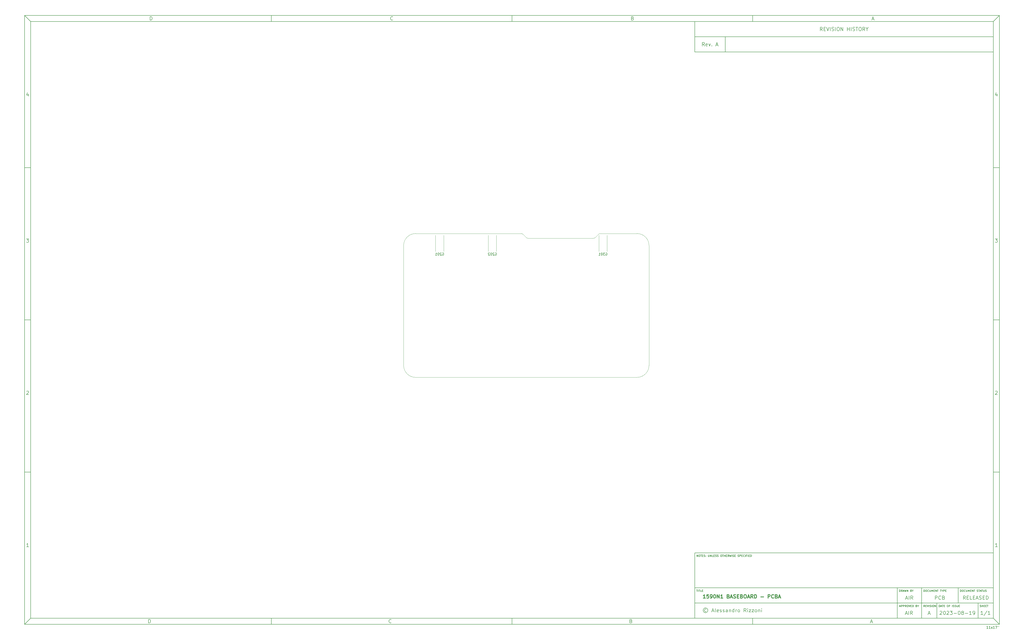
<source format=gbr>
%TF.GenerationSoftware,KiCad,Pcbnew,7.0.7*%
%TF.CreationDate,2023-09-27T18:03:17-04:00*%
%TF.ProjectId,baseboard,62617365-626f-4617-9264-2e6b69636164,A*%
%TF.SameCoordinates,Original*%
%TF.FileFunction,Legend,Bot*%
%TF.FilePolarity,Positive*%
%FSLAX46Y46*%
G04 Gerber Fmt 4.6, Leading zero omitted, Abs format (unit mm)*
G04 Created by KiCad (PCBNEW 7.0.7) date 2023-09-27 18:03:17*
%MOMM*%
%LPD*%
G01*
G04 APERTURE LIST*
%ADD10C,0.100000*%
%ADD11C,0.150000*%
%ADD12C,0.300000*%
%ADD13C,0.153000*%
%ADD14C,0.120000*%
%TA.AperFunction,Profile*%
%ADD15C,0.050000*%
%TD*%
G04 APERTURE END LIST*
D10*
D11*
X412213572Y-262654128D02*
X411356429Y-262654128D01*
X411785000Y-262654128D02*
X411785000Y-261154128D01*
X411785000Y-261154128D02*
X411642143Y-261368414D01*
X411642143Y-261368414D02*
X411499286Y-261511271D01*
X411499286Y-261511271D02*
X411356429Y-261582700D01*
X413927857Y-261082700D02*
X412642143Y-263011271D01*
X415213572Y-262654128D02*
X414356429Y-262654128D01*
X414785000Y-262654128D02*
X414785000Y-261154128D01*
X414785000Y-261154128D02*
X414642143Y-261368414D01*
X414642143Y-261368414D02*
X414499286Y-261511271D01*
X414499286Y-261511271D02*
X414356429Y-261582700D01*
D10*
D11*
X292809874Y-252259295D02*
X293267017Y-252259295D01*
X293038445Y-253059295D02*
X293038445Y-252259295D01*
X293533684Y-253059295D02*
X293533684Y-252259295D01*
X293800350Y-252259295D02*
X294257493Y-252259295D01*
X294028921Y-253059295D02*
X294028921Y-252259295D01*
X294905112Y-253059295D02*
X294524160Y-253059295D01*
X294524160Y-253059295D02*
X294524160Y-252259295D01*
X295171779Y-252640247D02*
X295438445Y-252640247D01*
X295552731Y-253059295D02*
X295171779Y-253059295D01*
X295171779Y-253059295D02*
X295171779Y-252259295D01*
X295171779Y-252259295D02*
X295552731Y-252259295D01*
D10*
D11*
X387996303Y-259409295D02*
X387729636Y-259028342D01*
X387539160Y-259409295D02*
X387539160Y-258609295D01*
X387539160Y-258609295D02*
X387843922Y-258609295D01*
X387843922Y-258609295D02*
X387920112Y-258647390D01*
X387920112Y-258647390D02*
X387958207Y-258685485D01*
X387958207Y-258685485D02*
X387996303Y-258761676D01*
X387996303Y-258761676D02*
X387996303Y-258875961D01*
X387996303Y-258875961D02*
X387958207Y-258952152D01*
X387958207Y-258952152D02*
X387920112Y-258990247D01*
X387920112Y-258990247D02*
X387843922Y-259028342D01*
X387843922Y-259028342D02*
X387539160Y-259028342D01*
X388339160Y-258990247D02*
X388605826Y-258990247D01*
X388720112Y-259409295D02*
X388339160Y-259409295D01*
X388339160Y-259409295D02*
X388339160Y-258609295D01*
X388339160Y-258609295D02*
X388720112Y-258609295D01*
X388948684Y-258609295D02*
X389215351Y-259409295D01*
X389215351Y-259409295D02*
X389482017Y-258609295D01*
X389748684Y-259409295D02*
X389748684Y-258609295D01*
X390091540Y-259371200D02*
X390205826Y-259409295D01*
X390205826Y-259409295D02*
X390396302Y-259409295D01*
X390396302Y-259409295D02*
X390472493Y-259371200D01*
X390472493Y-259371200D02*
X390510588Y-259333104D01*
X390510588Y-259333104D02*
X390548683Y-259256914D01*
X390548683Y-259256914D02*
X390548683Y-259180723D01*
X390548683Y-259180723D02*
X390510588Y-259104533D01*
X390510588Y-259104533D02*
X390472493Y-259066438D01*
X390472493Y-259066438D02*
X390396302Y-259028342D01*
X390396302Y-259028342D02*
X390243921Y-258990247D01*
X390243921Y-258990247D02*
X390167731Y-258952152D01*
X390167731Y-258952152D02*
X390129636Y-258914057D01*
X390129636Y-258914057D02*
X390091540Y-258837866D01*
X390091540Y-258837866D02*
X390091540Y-258761676D01*
X390091540Y-258761676D02*
X390129636Y-258685485D01*
X390129636Y-258685485D02*
X390167731Y-258647390D01*
X390167731Y-258647390D02*
X390243921Y-258609295D01*
X390243921Y-258609295D02*
X390434398Y-258609295D01*
X390434398Y-258609295D02*
X390548683Y-258647390D01*
X390891541Y-259409295D02*
X390891541Y-258609295D01*
X391424874Y-258609295D02*
X391577255Y-258609295D01*
X391577255Y-258609295D02*
X391653445Y-258647390D01*
X391653445Y-258647390D02*
X391729636Y-258723580D01*
X391729636Y-258723580D02*
X391767731Y-258875961D01*
X391767731Y-258875961D02*
X391767731Y-259142628D01*
X391767731Y-259142628D02*
X391729636Y-259295009D01*
X391729636Y-259295009D02*
X391653445Y-259371200D01*
X391653445Y-259371200D02*
X391577255Y-259409295D01*
X391577255Y-259409295D02*
X391424874Y-259409295D01*
X391424874Y-259409295D02*
X391348683Y-259371200D01*
X391348683Y-259371200D02*
X391272493Y-259295009D01*
X391272493Y-259295009D02*
X391234397Y-259142628D01*
X391234397Y-259142628D02*
X391234397Y-258875961D01*
X391234397Y-258875961D02*
X391272493Y-258723580D01*
X391272493Y-258723580D02*
X391348683Y-258647390D01*
X391348683Y-258647390D02*
X391424874Y-258609295D01*
X392110588Y-259409295D02*
X392110588Y-258609295D01*
X392110588Y-258609295D02*
X392567731Y-259409295D01*
X392567731Y-259409295D02*
X392567731Y-258609295D01*
D10*
D11*
X393889160Y-259409295D02*
X393889160Y-258609295D01*
X393889160Y-258609295D02*
X394079636Y-258609295D01*
X394079636Y-258609295D02*
X394193922Y-258647390D01*
X394193922Y-258647390D02*
X394270112Y-258723580D01*
X394270112Y-258723580D02*
X394308207Y-258799771D01*
X394308207Y-258799771D02*
X394346303Y-258952152D01*
X394346303Y-258952152D02*
X394346303Y-259066438D01*
X394346303Y-259066438D02*
X394308207Y-259218819D01*
X394308207Y-259218819D02*
X394270112Y-259295009D01*
X394270112Y-259295009D02*
X394193922Y-259371200D01*
X394193922Y-259371200D02*
X394079636Y-259409295D01*
X394079636Y-259409295D02*
X393889160Y-259409295D01*
X394651064Y-259180723D02*
X395032017Y-259180723D01*
X394574874Y-259409295D02*
X394841541Y-258609295D01*
X394841541Y-258609295D02*
X395108207Y-259409295D01*
X395260588Y-258609295D02*
X395717731Y-258609295D01*
X395489159Y-259409295D02*
X395489159Y-258609295D01*
X395984398Y-258990247D02*
X396251064Y-258990247D01*
X396365350Y-259409295D02*
X395984398Y-259409295D01*
X395984398Y-259409295D02*
X395984398Y-258609295D01*
X395984398Y-258609295D02*
X396365350Y-258609295D01*
X397470113Y-258609295D02*
X397622494Y-258609295D01*
X397622494Y-258609295D02*
X397698684Y-258647390D01*
X397698684Y-258647390D02*
X397774875Y-258723580D01*
X397774875Y-258723580D02*
X397812970Y-258875961D01*
X397812970Y-258875961D02*
X397812970Y-259142628D01*
X397812970Y-259142628D02*
X397774875Y-259295009D01*
X397774875Y-259295009D02*
X397698684Y-259371200D01*
X397698684Y-259371200D02*
X397622494Y-259409295D01*
X397622494Y-259409295D02*
X397470113Y-259409295D01*
X397470113Y-259409295D02*
X397393922Y-259371200D01*
X397393922Y-259371200D02*
X397317732Y-259295009D01*
X397317732Y-259295009D02*
X397279636Y-259142628D01*
X397279636Y-259142628D02*
X397279636Y-258875961D01*
X397279636Y-258875961D02*
X397317732Y-258723580D01*
X397317732Y-258723580D02*
X397393922Y-258647390D01*
X397393922Y-258647390D02*
X397470113Y-258609295D01*
X398422493Y-258990247D02*
X398155827Y-258990247D01*
X398155827Y-259409295D02*
X398155827Y-258609295D01*
X398155827Y-258609295D02*
X398536779Y-258609295D01*
X399451065Y-259409295D02*
X399451065Y-258609295D01*
X399793921Y-259371200D02*
X399908207Y-259409295D01*
X399908207Y-259409295D02*
X400098683Y-259409295D01*
X400098683Y-259409295D02*
X400174874Y-259371200D01*
X400174874Y-259371200D02*
X400212969Y-259333104D01*
X400212969Y-259333104D02*
X400251064Y-259256914D01*
X400251064Y-259256914D02*
X400251064Y-259180723D01*
X400251064Y-259180723D02*
X400212969Y-259104533D01*
X400212969Y-259104533D02*
X400174874Y-259066438D01*
X400174874Y-259066438D02*
X400098683Y-259028342D01*
X400098683Y-259028342D02*
X399946302Y-258990247D01*
X399946302Y-258990247D02*
X399870112Y-258952152D01*
X399870112Y-258952152D02*
X399832017Y-258914057D01*
X399832017Y-258914057D02*
X399793921Y-258837866D01*
X399793921Y-258837866D02*
X399793921Y-258761676D01*
X399793921Y-258761676D02*
X399832017Y-258685485D01*
X399832017Y-258685485D02*
X399870112Y-258647390D01*
X399870112Y-258647390D02*
X399946302Y-258609295D01*
X399946302Y-258609295D02*
X400136779Y-258609295D01*
X400136779Y-258609295D02*
X400251064Y-258647390D01*
X400555826Y-259371200D02*
X400670112Y-259409295D01*
X400670112Y-259409295D02*
X400860588Y-259409295D01*
X400860588Y-259409295D02*
X400936779Y-259371200D01*
X400936779Y-259371200D02*
X400974874Y-259333104D01*
X400974874Y-259333104D02*
X401012969Y-259256914D01*
X401012969Y-259256914D02*
X401012969Y-259180723D01*
X401012969Y-259180723D02*
X400974874Y-259104533D01*
X400974874Y-259104533D02*
X400936779Y-259066438D01*
X400936779Y-259066438D02*
X400860588Y-259028342D01*
X400860588Y-259028342D02*
X400708207Y-258990247D01*
X400708207Y-258990247D02*
X400632017Y-258952152D01*
X400632017Y-258952152D02*
X400593922Y-258914057D01*
X400593922Y-258914057D02*
X400555826Y-258837866D01*
X400555826Y-258837866D02*
X400555826Y-258761676D01*
X400555826Y-258761676D02*
X400593922Y-258685485D01*
X400593922Y-258685485D02*
X400632017Y-258647390D01*
X400632017Y-258647390D02*
X400708207Y-258609295D01*
X400708207Y-258609295D02*
X400898684Y-258609295D01*
X400898684Y-258609295D02*
X401012969Y-258647390D01*
X401355827Y-258609295D02*
X401355827Y-259256914D01*
X401355827Y-259256914D02*
X401393922Y-259333104D01*
X401393922Y-259333104D02*
X401432017Y-259371200D01*
X401432017Y-259371200D02*
X401508208Y-259409295D01*
X401508208Y-259409295D02*
X401660589Y-259409295D01*
X401660589Y-259409295D02*
X401736779Y-259371200D01*
X401736779Y-259371200D02*
X401774874Y-259333104D01*
X401774874Y-259333104D02*
X401812970Y-259256914D01*
X401812970Y-259256914D02*
X401812970Y-258609295D01*
X402193922Y-258990247D02*
X402460588Y-258990247D01*
X402574874Y-259409295D02*
X402193922Y-259409295D01*
X402193922Y-259409295D02*
X402193922Y-258609295D01*
X402193922Y-258609295D02*
X402574874Y-258609295D01*
D10*
D11*
X410996064Y-259371200D02*
X411110350Y-259409295D01*
X411110350Y-259409295D02*
X411300826Y-259409295D01*
X411300826Y-259409295D02*
X411377017Y-259371200D01*
X411377017Y-259371200D02*
X411415112Y-259333104D01*
X411415112Y-259333104D02*
X411453207Y-259256914D01*
X411453207Y-259256914D02*
X411453207Y-259180723D01*
X411453207Y-259180723D02*
X411415112Y-259104533D01*
X411415112Y-259104533D02*
X411377017Y-259066438D01*
X411377017Y-259066438D02*
X411300826Y-259028342D01*
X411300826Y-259028342D02*
X411148445Y-258990247D01*
X411148445Y-258990247D02*
X411072255Y-258952152D01*
X411072255Y-258952152D02*
X411034160Y-258914057D01*
X411034160Y-258914057D02*
X410996064Y-258837866D01*
X410996064Y-258837866D02*
X410996064Y-258761676D01*
X410996064Y-258761676D02*
X411034160Y-258685485D01*
X411034160Y-258685485D02*
X411072255Y-258647390D01*
X411072255Y-258647390D02*
X411148445Y-258609295D01*
X411148445Y-258609295D02*
X411338922Y-258609295D01*
X411338922Y-258609295D02*
X411453207Y-258647390D01*
X411796065Y-259409295D02*
X411796065Y-258609295D01*
X411796065Y-258990247D02*
X412253208Y-258990247D01*
X412253208Y-259409295D02*
X412253208Y-258609295D01*
X412634160Y-258990247D02*
X412900826Y-258990247D01*
X413015112Y-259409295D02*
X412634160Y-259409295D01*
X412634160Y-259409295D02*
X412634160Y-258609295D01*
X412634160Y-258609295D02*
X413015112Y-258609295D01*
X413357970Y-258990247D02*
X413624636Y-258990247D01*
X413738922Y-259409295D02*
X413357970Y-259409295D01*
X413357970Y-259409295D02*
X413357970Y-258609295D01*
X413357970Y-258609295D02*
X413738922Y-258609295D01*
X413967494Y-258609295D02*
X414424637Y-258609295D01*
X414196065Y-259409295D02*
X414196065Y-258609295D01*
D10*
D11*
X392342142Y-256304128D02*
X392342142Y-254804128D01*
X392342142Y-254804128D02*
X392913571Y-254804128D01*
X392913571Y-254804128D02*
X393056428Y-254875557D01*
X393056428Y-254875557D02*
X393127857Y-254946985D01*
X393127857Y-254946985D02*
X393199285Y-255089842D01*
X393199285Y-255089842D02*
X393199285Y-255304128D01*
X393199285Y-255304128D02*
X393127857Y-255446985D01*
X393127857Y-255446985D02*
X393056428Y-255518414D01*
X393056428Y-255518414D02*
X392913571Y-255589842D01*
X392913571Y-255589842D02*
X392342142Y-255589842D01*
X394699285Y-256161271D02*
X394627857Y-256232700D01*
X394627857Y-256232700D02*
X394413571Y-256304128D01*
X394413571Y-256304128D02*
X394270714Y-256304128D01*
X394270714Y-256304128D02*
X394056428Y-256232700D01*
X394056428Y-256232700D02*
X393913571Y-256089842D01*
X393913571Y-256089842D02*
X393842142Y-255946985D01*
X393842142Y-255946985D02*
X393770714Y-255661271D01*
X393770714Y-255661271D02*
X393770714Y-255446985D01*
X393770714Y-255446985D02*
X393842142Y-255161271D01*
X393842142Y-255161271D02*
X393913571Y-255018414D01*
X393913571Y-255018414D02*
X394056428Y-254875557D01*
X394056428Y-254875557D02*
X394270714Y-254804128D01*
X394270714Y-254804128D02*
X394413571Y-254804128D01*
X394413571Y-254804128D02*
X394627857Y-254875557D01*
X394627857Y-254875557D02*
X394699285Y-254946985D01*
X395842142Y-255518414D02*
X396056428Y-255589842D01*
X396056428Y-255589842D02*
X396127857Y-255661271D01*
X396127857Y-255661271D02*
X396199285Y-255804128D01*
X396199285Y-255804128D02*
X396199285Y-256018414D01*
X396199285Y-256018414D02*
X396127857Y-256161271D01*
X396127857Y-256161271D02*
X396056428Y-256232700D01*
X396056428Y-256232700D02*
X395913571Y-256304128D01*
X395913571Y-256304128D02*
X395342142Y-256304128D01*
X395342142Y-256304128D02*
X395342142Y-254804128D01*
X395342142Y-254804128D02*
X395842142Y-254804128D01*
X395842142Y-254804128D02*
X395985000Y-254875557D01*
X395985000Y-254875557D02*
X396056428Y-254946985D01*
X396056428Y-254946985D02*
X396127857Y-255089842D01*
X396127857Y-255089842D02*
X396127857Y-255232700D01*
X396127857Y-255232700D02*
X396056428Y-255375557D01*
X396056428Y-255375557D02*
X395985000Y-255446985D01*
X395985000Y-255446985D02*
X395842142Y-255518414D01*
X395842142Y-255518414D02*
X395342142Y-255518414D01*
D10*
D11*
X377468064Y-259180723D02*
X377849017Y-259180723D01*
X377391874Y-259409295D02*
X377658541Y-258609295D01*
X377658541Y-258609295D02*
X377925207Y-259409295D01*
X378191874Y-259409295D02*
X378191874Y-258609295D01*
X378191874Y-258609295D02*
X378496636Y-258609295D01*
X378496636Y-258609295D02*
X378572826Y-258647390D01*
X378572826Y-258647390D02*
X378610921Y-258685485D01*
X378610921Y-258685485D02*
X378649017Y-258761676D01*
X378649017Y-258761676D02*
X378649017Y-258875961D01*
X378649017Y-258875961D02*
X378610921Y-258952152D01*
X378610921Y-258952152D02*
X378572826Y-258990247D01*
X378572826Y-258990247D02*
X378496636Y-259028342D01*
X378496636Y-259028342D02*
X378191874Y-259028342D01*
X378991874Y-259409295D02*
X378991874Y-258609295D01*
X378991874Y-258609295D02*
X379296636Y-258609295D01*
X379296636Y-258609295D02*
X379372826Y-258647390D01*
X379372826Y-258647390D02*
X379410921Y-258685485D01*
X379410921Y-258685485D02*
X379449017Y-258761676D01*
X379449017Y-258761676D02*
X379449017Y-258875961D01*
X379449017Y-258875961D02*
X379410921Y-258952152D01*
X379410921Y-258952152D02*
X379372826Y-258990247D01*
X379372826Y-258990247D02*
X379296636Y-259028342D01*
X379296636Y-259028342D02*
X378991874Y-259028342D01*
X380249017Y-259409295D02*
X379982350Y-259028342D01*
X379791874Y-259409295D02*
X379791874Y-258609295D01*
X379791874Y-258609295D02*
X380096636Y-258609295D01*
X380096636Y-258609295D02*
X380172826Y-258647390D01*
X380172826Y-258647390D02*
X380210921Y-258685485D01*
X380210921Y-258685485D02*
X380249017Y-258761676D01*
X380249017Y-258761676D02*
X380249017Y-258875961D01*
X380249017Y-258875961D02*
X380210921Y-258952152D01*
X380210921Y-258952152D02*
X380172826Y-258990247D01*
X380172826Y-258990247D02*
X380096636Y-259028342D01*
X380096636Y-259028342D02*
X379791874Y-259028342D01*
X380744255Y-258609295D02*
X380896636Y-258609295D01*
X380896636Y-258609295D02*
X380972826Y-258647390D01*
X380972826Y-258647390D02*
X381049017Y-258723580D01*
X381049017Y-258723580D02*
X381087112Y-258875961D01*
X381087112Y-258875961D02*
X381087112Y-259142628D01*
X381087112Y-259142628D02*
X381049017Y-259295009D01*
X381049017Y-259295009D02*
X380972826Y-259371200D01*
X380972826Y-259371200D02*
X380896636Y-259409295D01*
X380896636Y-259409295D02*
X380744255Y-259409295D01*
X380744255Y-259409295D02*
X380668064Y-259371200D01*
X380668064Y-259371200D02*
X380591874Y-259295009D01*
X380591874Y-259295009D02*
X380553778Y-259142628D01*
X380553778Y-259142628D02*
X380553778Y-258875961D01*
X380553778Y-258875961D02*
X380591874Y-258723580D01*
X380591874Y-258723580D02*
X380668064Y-258647390D01*
X380668064Y-258647390D02*
X380744255Y-258609295D01*
X381315683Y-258609295D02*
X381582350Y-259409295D01*
X381582350Y-259409295D02*
X381849016Y-258609295D01*
X382115683Y-258990247D02*
X382382349Y-258990247D01*
X382496635Y-259409295D02*
X382115683Y-259409295D01*
X382115683Y-259409295D02*
X382115683Y-258609295D01*
X382115683Y-258609295D02*
X382496635Y-258609295D01*
X382839493Y-259409295D02*
X382839493Y-258609295D01*
X382839493Y-258609295D02*
X383029969Y-258609295D01*
X383029969Y-258609295D02*
X383144255Y-258647390D01*
X383144255Y-258647390D02*
X383220445Y-258723580D01*
X383220445Y-258723580D02*
X383258540Y-258799771D01*
X383258540Y-258799771D02*
X383296636Y-258952152D01*
X383296636Y-258952152D02*
X383296636Y-259066438D01*
X383296636Y-259066438D02*
X383258540Y-259218819D01*
X383258540Y-259218819D02*
X383220445Y-259295009D01*
X383220445Y-259295009D02*
X383144255Y-259371200D01*
X383144255Y-259371200D02*
X383029969Y-259409295D01*
X383029969Y-259409295D02*
X382839493Y-259409295D01*
X384515683Y-258990247D02*
X384629969Y-259028342D01*
X384629969Y-259028342D02*
X384668064Y-259066438D01*
X384668064Y-259066438D02*
X384706160Y-259142628D01*
X384706160Y-259142628D02*
X384706160Y-259256914D01*
X384706160Y-259256914D02*
X384668064Y-259333104D01*
X384668064Y-259333104D02*
X384629969Y-259371200D01*
X384629969Y-259371200D02*
X384553779Y-259409295D01*
X384553779Y-259409295D02*
X384249017Y-259409295D01*
X384249017Y-259409295D02*
X384249017Y-258609295D01*
X384249017Y-258609295D02*
X384515683Y-258609295D01*
X384515683Y-258609295D02*
X384591874Y-258647390D01*
X384591874Y-258647390D02*
X384629969Y-258685485D01*
X384629969Y-258685485D02*
X384668064Y-258761676D01*
X384668064Y-258761676D02*
X384668064Y-258837866D01*
X384668064Y-258837866D02*
X384629969Y-258914057D01*
X384629969Y-258914057D02*
X384591874Y-258952152D01*
X384591874Y-258952152D02*
X384515683Y-258990247D01*
X384515683Y-258990247D02*
X384249017Y-258990247D01*
X385201398Y-259028342D02*
X385201398Y-259409295D01*
X384934731Y-258609295D02*
X385201398Y-259028342D01*
X385201398Y-259028342D02*
X385468064Y-258609295D01*
D10*
D11*
X296845112Y-260418271D02*
X296702255Y-260346842D01*
X296702255Y-260346842D02*
X296416541Y-260346842D01*
X296416541Y-260346842D02*
X296273684Y-260418271D01*
X296273684Y-260418271D02*
X296130826Y-260561128D01*
X296130826Y-260561128D02*
X296059398Y-260703985D01*
X296059398Y-260703985D02*
X296059398Y-260989700D01*
X296059398Y-260989700D02*
X296130826Y-261132557D01*
X296130826Y-261132557D02*
X296273684Y-261275414D01*
X296273684Y-261275414D02*
X296416541Y-261346842D01*
X296416541Y-261346842D02*
X296702255Y-261346842D01*
X296702255Y-261346842D02*
X296845112Y-261275414D01*
X296559398Y-259846842D02*
X296202255Y-259918271D01*
X296202255Y-259918271D02*
X295845112Y-260132557D01*
X295845112Y-260132557D02*
X295630826Y-260489700D01*
X295630826Y-260489700D02*
X295559398Y-260846842D01*
X295559398Y-260846842D02*
X295630826Y-261203985D01*
X295630826Y-261203985D02*
X295845112Y-261561128D01*
X295845112Y-261561128D02*
X296202255Y-261775414D01*
X296202255Y-261775414D02*
X296559398Y-261846842D01*
X296559398Y-261846842D02*
X296916541Y-261775414D01*
X296916541Y-261775414D02*
X297273684Y-261561128D01*
X297273684Y-261561128D02*
X297487969Y-261203985D01*
X297487969Y-261203985D02*
X297559398Y-260846842D01*
X297559398Y-260846842D02*
X297487969Y-260489700D01*
X297487969Y-260489700D02*
X297273684Y-260132557D01*
X297273684Y-260132557D02*
X296916541Y-259918271D01*
X296916541Y-259918271D02*
X296559398Y-259846842D01*
X299273684Y-261132557D02*
X299987970Y-261132557D01*
X299130827Y-261561128D02*
X299630827Y-260061128D01*
X299630827Y-260061128D02*
X300130827Y-261561128D01*
X300845112Y-261561128D02*
X300702255Y-261489700D01*
X300702255Y-261489700D02*
X300630826Y-261346842D01*
X300630826Y-261346842D02*
X300630826Y-260061128D01*
X301987969Y-261489700D02*
X301845112Y-261561128D01*
X301845112Y-261561128D02*
X301559398Y-261561128D01*
X301559398Y-261561128D02*
X301416540Y-261489700D01*
X301416540Y-261489700D02*
X301345112Y-261346842D01*
X301345112Y-261346842D02*
X301345112Y-260775414D01*
X301345112Y-260775414D02*
X301416540Y-260632557D01*
X301416540Y-260632557D02*
X301559398Y-260561128D01*
X301559398Y-260561128D02*
X301845112Y-260561128D01*
X301845112Y-260561128D02*
X301987969Y-260632557D01*
X301987969Y-260632557D02*
X302059398Y-260775414D01*
X302059398Y-260775414D02*
X302059398Y-260918271D01*
X302059398Y-260918271D02*
X301345112Y-261061128D01*
X302630826Y-261489700D02*
X302773683Y-261561128D01*
X302773683Y-261561128D02*
X303059397Y-261561128D01*
X303059397Y-261561128D02*
X303202254Y-261489700D01*
X303202254Y-261489700D02*
X303273683Y-261346842D01*
X303273683Y-261346842D02*
X303273683Y-261275414D01*
X303273683Y-261275414D02*
X303202254Y-261132557D01*
X303202254Y-261132557D02*
X303059397Y-261061128D01*
X303059397Y-261061128D02*
X302845112Y-261061128D01*
X302845112Y-261061128D02*
X302702254Y-260989700D01*
X302702254Y-260989700D02*
X302630826Y-260846842D01*
X302630826Y-260846842D02*
X302630826Y-260775414D01*
X302630826Y-260775414D02*
X302702254Y-260632557D01*
X302702254Y-260632557D02*
X302845112Y-260561128D01*
X302845112Y-260561128D02*
X303059397Y-260561128D01*
X303059397Y-260561128D02*
X303202254Y-260632557D01*
X303845112Y-261489700D02*
X303987969Y-261561128D01*
X303987969Y-261561128D02*
X304273683Y-261561128D01*
X304273683Y-261561128D02*
X304416540Y-261489700D01*
X304416540Y-261489700D02*
X304487969Y-261346842D01*
X304487969Y-261346842D02*
X304487969Y-261275414D01*
X304487969Y-261275414D02*
X304416540Y-261132557D01*
X304416540Y-261132557D02*
X304273683Y-261061128D01*
X304273683Y-261061128D02*
X304059398Y-261061128D01*
X304059398Y-261061128D02*
X303916540Y-260989700D01*
X303916540Y-260989700D02*
X303845112Y-260846842D01*
X303845112Y-260846842D02*
X303845112Y-260775414D01*
X303845112Y-260775414D02*
X303916540Y-260632557D01*
X303916540Y-260632557D02*
X304059398Y-260561128D01*
X304059398Y-260561128D02*
X304273683Y-260561128D01*
X304273683Y-260561128D02*
X304416540Y-260632557D01*
X305773684Y-261561128D02*
X305773684Y-260775414D01*
X305773684Y-260775414D02*
X305702255Y-260632557D01*
X305702255Y-260632557D02*
X305559398Y-260561128D01*
X305559398Y-260561128D02*
X305273684Y-260561128D01*
X305273684Y-260561128D02*
X305130826Y-260632557D01*
X305773684Y-261489700D02*
X305630826Y-261561128D01*
X305630826Y-261561128D02*
X305273684Y-261561128D01*
X305273684Y-261561128D02*
X305130826Y-261489700D01*
X305130826Y-261489700D02*
X305059398Y-261346842D01*
X305059398Y-261346842D02*
X305059398Y-261203985D01*
X305059398Y-261203985D02*
X305130826Y-261061128D01*
X305130826Y-261061128D02*
X305273684Y-260989700D01*
X305273684Y-260989700D02*
X305630826Y-260989700D01*
X305630826Y-260989700D02*
X305773684Y-260918271D01*
X306487969Y-260561128D02*
X306487969Y-261561128D01*
X306487969Y-260703985D02*
X306559398Y-260632557D01*
X306559398Y-260632557D02*
X306702255Y-260561128D01*
X306702255Y-260561128D02*
X306916541Y-260561128D01*
X306916541Y-260561128D02*
X307059398Y-260632557D01*
X307059398Y-260632557D02*
X307130827Y-260775414D01*
X307130827Y-260775414D02*
X307130827Y-261561128D01*
X308487970Y-261561128D02*
X308487970Y-260061128D01*
X308487970Y-261489700D02*
X308345112Y-261561128D01*
X308345112Y-261561128D02*
X308059398Y-261561128D01*
X308059398Y-261561128D02*
X307916541Y-261489700D01*
X307916541Y-261489700D02*
X307845112Y-261418271D01*
X307845112Y-261418271D02*
X307773684Y-261275414D01*
X307773684Y-261275414D02*
X307773684Y-260846842D01*
X307773684Y-260846842D02*
X307845112Y-260703985D01*
X307845112Y-260703985D02*
X307916541Y-260632557D01*
X307916541Y-260632557D02*
X308059398Y-260561128D01*
X308059398Y-260561128D02*
X308345112Y-260561128D01*
X308345112Y-260561128D02*
X308487970Y-260632557D01*
X309202255Y-261561128D02*
X309202255Y-260561128D01*
X309202255Y-260846842D02*
X309273684Y-260703985D01*
X309273684Y-260703985D02*
X309345113Y-260632557D01*
X309345113Y-260632557D02*
X309487970Y-260561128D01*
X309487970Y-260561128D02*
X309630827Y-260561128D01*
X310345112Y-261561128D02*
X310202255Y-261489700D01*
X310202255Y-261489700D02*
X310130826Y-261418271D01*
X310130826Y-261418271D02*
X310059398Y-261275414D01*
X310059398Y-261275414D02*
X310059398Y-260846842D01*
X310059398Y-260846842D02*
X310130826Y-260703985D01*
X310130826Y-260703985D02*
X310202255Y-260632557D01*
X310202255Y-260632557D02*
X310345112Y-260561128D01*
X310345112Y-260561128D02*
X310559398Y-260561128D01*
X310559398Y-260561128D02*
X310702255Y-260632557D01*
X310702255Y-260632557D02*
X310773684Y-260703985D01*
X310773684Y-260703985D02*
X310845112Y-260846842D01*
X310845112Y-260846842D02*
X310845112Y-261275414D01*
X310845112Y-261275414D02*
X310773684Y-261418271D01*
X310773684Y-261418271D02*
X310702255Y-261489700D01*
X310702255Y-261489700D02*
X310559398Y-261561128D01*
X310559398Y-261561128D02*
X310345112Y-261561128D01*
X313487969Y-261561128D02*
X312987969Y-260846842D01*
X312630826Y-261561128D02*
X312630826Y-260061128D01*
X312630826Y-260061128D02*
X313202255Y-260061128D01*
X313202255Y-260061128D02*
X313345112Y-260132557D01*
X313345112Y-260132557D02*
X313416541Y-260203985D01*
X313416541Y-260203985D02*
X313487969Y-260346842D01*
X313487969Y-260346842D02*
X313487969Y-260561128D01*
X313487969Y-260561128D02*
X313416541Y-260703985D01*
X313416541Y-260703985D02*
X313345112Y-260775414D01*
X313345112Y-260775414D02*
X313202255Y-260846842D01*
X313202255Y-260846842D02*
X312630826Y-260846842D01*
X314130826Y-261561128D02*
X314130826Y-260561128D01*
X314130826Y-260061128D02*
X314059398Y-260132557D01*
X314059398Y-260132557D02*
X314130826Y-260203985D01*
X314130826Y-260203985D02*
X314202255Y-260132557D01*
X314202255Y-260132557D02*
X314130826Y-260061128D01*
X314130826Y-260061128D02*
X314130826Y-260203985D01*
X314702255Y-260561128D02*
X315487970Y-260561128D01*
X315487970Y-260561128D02*
X314702255Y-261561128D01*
X314702255Y-261561128D02*
X315487970Y-261561128D01*
X315916541Y-260561128D02*
X316702256Y-260561128D01*
X316702256Y-260561128D02*
X315916541Y-261561128D01*
X315916541Y-261561128D02*
X316702256Y-261561128D01*
X317487970Y-261561128D02*
X317345113Y-261489700D01*
X317345113Y-261489700D02*
X317273684Y-261418271D01*
X317273684Y-261418271D02*
X317202256Y-261275414D01*
X317202256Y-261275414D02*
X317202256Y-260846842D01*
X317202256Y-260846842D02*
X317273684Y-260703985D01*
X317273684Y-260703985D02*
X317345113Y-260632557D01*
X317345113Y-260632557D02*
X317487970Y-260561128D01*
X317487970Y-260561128D02*
X317702256Y-260561128D01*
X317702256Y-260561128D02*
X317845113Y-260632557D01*
X317845113Y-260632557D02*
X317916542Y-260703985D01*
X317916542Y-260703985D02*
X317987970Y-260846842D01*
X317987970Y-260846842D02*
X317987970Y-261275414D01*
X317987970Y-261275414D02*
X317916542Y-261418271D01*
X317916542Y-261418271D02*
X317845113Y-261489700D01*
X317845113Y-261489700D02*
X317702256Y-261561128D01*
X317702256Y-261561128D02*
X317487970Y-261561128D01*
X318630827Y-260561128D02*
X318630827Y-261561128D01*
X318630827Y-260703985D02*
X318702256Y-260632557D01*
X318702256Y-260632557D02*
X318845113Y-260561128D01*
X318845113Y-260561128D02*
X319059399Y-260561128D01*
X319059399Y-260561128D02*
X319202256Y-260632557D01*
X319202256Y-260632557D02*
X319273685Y-260775414D01*
X319273685Y-260775414D02*
X319273685Y-261561128D01*
X319987970Y-261561128D02*
X319987970Y-260561128D01*
X319987970Y-260061128D02*
X319916542Y-260132557D01*
X319916542Y-260132557D02*
X319987970Y-260203985D01*
X319987970Y-260203985D02*
X320059399Y-260132557D01*
X320059399Y-260132557D02*
X319987970Y-260061128D01*
X319987970Y-260061128D02*
X319987970Y-260203985D01*
D10*
D11*
X380070714Y-255875557D02*
X380785000Y-255875557D01*
X379927857Y-256304128D02*
X380427857Y-254804128D01*
X380427857Y-254804128D02*
X380927857Y-256304128D01*
X381427856Y-256304128D02*
X381427856Y-254804128D01*
X382999285Y-256304128D02*
X382499285Y-255589842D01*
X382142142Y-256304128D02*
X382142142Y-254804128D01*
X382142142Y-254804128D02*
X382713571Y-254804128D01*
X382713571Y-254804128D02*
X382856428Y-254875557D01*
X382856428Y-254875557D02*
X382927857Y-254946985D01*
X382927857Y-254946985D02*
X382999285Y-255089842D01*
X382999285Y-255089842D02*
X382999285Y-255304128D01*
X382999285Y-255304128D02*
X382927857Y-255446985D01*
X382927857Y-255446985D02*
X382856428Y-255518414D01*
X382856428Y-255518414D02*
X382713571Y-255589842D01*
X382713571Y-255589842D02*
X382142142Y-255589842D01*
D10*
D11*
X379943714Y-262225557D02*
X380658000Y-262225557D01*
X379800857Y-262654128D02*
X380300857Y-261154128D01*
X380300857Y-261154128D02*
X380800857Y-262654128D01*
X381300856Y-262654128D02*
X381300856Y-261154128D01*
X382872285Y-262654128D02*
X382372285Y-261939842D01*
X382015142Y-262654128D02*
X382015142Y-261154128D01*
X382015142Y-261154128D02*
X382586571Y-261154128D01*
X382586571Y-261154128D02*
X382729428Y-261225557D01*
X382729428Y-261225557D02*
X382800857Y-261296985D01*
X382800857Y-261296985D02*
X382872285Y-261439842D01*
X382872285Y-261439842D02*
X382872285Y-261654128D01*
X382872285Y-261654128D02*
X382800857Y-261796985D01*
X382800857Y-261796985D02*
X382729428Y-261868414D01*
X382729428Y-261868414D02*
X382586571Y-261939842D01*
X382586571Y-261939842D02*
X382015142Y-261939842D01*
D10*
D11*
X402779160Y-253059295D02*
X402779160Y-252259295D01*
X402779160Y-252259295D02*
X402969636Y-252259295D01*
X402969636Y-252259295D02*
X403083922Y-252297390D01*
X403083922Y-252297390D02*
X403160112Y-252373580D01*
X403160112Y-252373580D02*
X403198207Y-252449771D01*
X403198207Y-252449771D02*
X403236303Y-252602152D01*
X403236303Y-252602152D02*
X403236303Y-252716438D01*
X403236303Y-252716438D02*
X403198207Y-252868819D01*
X403198207Y-252868819D02*
X403160112Y-252945009D01*
X403160112Y-252945009D02*
X403083922Y-253021200D01*
X403083922Y-253021200D02*
X402969636Y-253059295D01*
X402969636Y-253059295D02*
X402779160Y-253059295D01*
X403731541Y-252259295D02*
X403883922Y-252259295D01*
X403883922Y-252259295D02*
X403960112Y-252297390D01*
X403960112Y-252297390D02*
X404036303Y-252373580D01*
X404036303Y-252373580D02*
X404074398Y-252525961D01*
X404074398Y-252525961D02*
X404074398Y-252792628D01*
X404074398Y-252792628D02*
X404036303Y-252945009D01*
X404036303Y-252945009D02*
X403960112Y-253021200D01*
X403960112Y-253021200D02*
X403883922Y-253059295D01*
X403883922Y-253059295D02*
X403731541Y-253059295D01*
X403731541Y-253059295D02*
X403655350Y-253021200D01*
X403655350Y-253021200D02*
X403579160Y-252945009D01*
X403579160Y-252945009D02*
X403541064Y-252792628D01*
X403541064Y-252792628D02*
X403541064Y-252525961D01*
X403541064Y-252525961D02*
X403579160Y-252373580D01*
X403579160Y-252373580D02*
X403655350Y-252297390D01*
X403655350Y-252297390D02*
X403731541Y-252259295D01*
X404874398Y-252983104D02*
X404836302Y-253021200D01*
X404836302Y-253021200D02*
X404722017Y-253059295D01*
X404722017Y-253059295D02*
X404645826Y-253059295D01*
X404645826Y-253059295D02*
X404531540Y-253021200D01*
X404531540Y-253021200D02*
X404455350Y-252945009D01*
X404455350Y-252945009D02*
X404417255Y-252868819D01*
X404417255Y-252868819D02*
X404379159Y-252716438D01*
X404379159Y-252716438D02*
X404379159Y-252602152D01*
X404379159Y-252602152D02*
X404417255Y-252449771D01*
X404417255Y-252449771D02*
X404455350Y-252373580D01*
X404455350Y-252373580D02*
X404531540Y-252297390D01*
X404531540Y-252297390D02*
X404645826Y-252259295D01*
X404645826Y-252259295D02*
X404722017Y-252259295D01*
X404722017Y-252259295D02*
X404836302Y-252297390D01*
X404836302Y-252297390D02*
X404874398Y-252335485D01*
X405217255Y-252259295D02*
X405217255Y-252906914D01*
X405217255Y-252906914D02*
X405255350Y-252983104D01*
X405255350Y-252983104D02*
X405293445Y-253021200D01*
X405293445Y-253021200D02*
X405369636Y-253059295D01*
X405369636Y-253059295D02*
X405522017Y-253059295D01*
X405522017Y-253059295D02*
X405598207Y-253021200D01*
X405598207Y-253021200D02*
X405636302Y-252983104D01*
X405636302Y-252983104D02*
X405674398Y-252906914D01*
X405674398Y-252906914D02*
X405674398Y-252259295D01*
X406055350Y-253059295D02*
X406055350Y-252259295D01*
X406055350Y-252259295D02*
X406322016Y-252830723D01*
X406322016Y-252830723D02*
X406588683Y-252259295D01*
X406588683Y-252259295D02*
X406588683Y-253059295D01*
X406969636Y-252640247D02*
X407236302Y-252640247D01*
X407350588Y-253059295D02*
X406969636Y-253059295D01*
X406969636Y-253059295D02*
X406969636Y-252259295D01*
X406969636Y-252259295D02*
X407350588Y-252259295D01*
X407693446Y-253059295D02*
X407693446Y-252259295D01*
X407693446Y-252259295D02*
X408150589Y-253059295D01*
X408150589Y-253059295D02*
X408150589Y-252259295D01*
X408417255Y-252259295D02*
X408874398Y-252259295D01*
X408645826Y-253059295D02*
X408645826Y-252259295D01*
X409712493Y-253021200D02*
X409826779Y-253059295D01*
X409826779Y-253059295D02*
X410017255Y-253059295D01*
X410017255Y-253059295D02*
X410093446Y-253021200D01*
X410093446Y-253021200D02*
X410131541Y-252983104D01*
X410131541Y-252983104D02*
X410169636Y-252906914D01*
X410169636Y-252906914D02*
X410169636Y-252830723D01*
X410169636Y-252830723D02*
X410131541Y-252754533D01*
X410131541Y-252754533D02*
X410093446Y-252716438D01*
X410093446Y-252716438D02*
X410017255Y-252678342D01*
X410017255Y-252678342D02*
X409864874Y-252640247D01*
X409864874Y-252640247D02*
X409788684Y-252602152D01*
X409788684Y-252602152D02*
X409750589Y-252564057D01*
X409750589Y-252564057D02*
X409712493Y-252487866D01*
X409712493Y-252487866D02*
X409712493Y-252411676D01*
X409712493Y-252411676D02*
X409750589Y-252335485D01*
X409750589Y-252335485D02*
X409788684Y-252297390D01*
X409788684Y-252297390D02*
X409864874Y-252259295D01*
X409864874Y-252259295D02*
X410055351Y-252259295D01*
X410055351Y-252259295D02*
X410169636Y-252297390D01*
X410398208Y-252259295D02*
X410855351Y-252259295D01*
X410626779Y-253059295D02*
X410626779Y-252259295D01*
X411083922Y-252830723D02*
X411464875Y-252830723D01*
X411007732Y-253059295D02*
X411274399Y-252259295D01*
X411274399Y-252259295D02*
X411541065Y-253059295D01*
X411693446Y-252259295D02*
X412150589Y-252259295D01*
X411922017Y-253059295D02*
X411922017Y-252259295D01*
X412417256Y-252259295D02*
X412417256Y-252906914D01*
X412417256Y-252906914D02*
X412455351Y-252983104D01*
X412455351Y-252983104D02*
X412493446Y-253021200D01*
X412493446Y-253021200D02*
X412569637Y-253059295D01*
X412569637Y-253059295D02*
X412722018Y-253059295D01*
X412722018Y-253059295D02*
X412798208Y-253021200D01*
X412798208Y-253021200D02*
X412836303Y-252983104D01*
X412836303Y-252983104D02*
X412874399Y-252906914D01*
X412874399Y-252906914D02*
X412874399Y-252259295D01*
X413217255Y-253021200D02*
X413331541Y-253059295D01*
X413331541Y-253059295D02*
X413522017Y-253059295D01*
X413522017Y-253059295D02*
X413598208Y-253021200D01*
X413598208Y-253021200D02*
X413636303Y-252983104D01*
X413636303Y-252983104D02*
X413674398Y-252906914D01*
X413674398Y-252906914D02*
X413674398Y-252830723D01*
X413674398Y-252830723D02*
X413636303Y-252754533D01*
X413636303Y-252754533D02*
X413598208Y-252716438D01*
X413598208Y-252716438D02*
X413522017Y-252678342D01*
X413522017Y-252678342D02*
X413369636Y-252640247D01*
X413369636Y-252640247D02*
X413293446Y-252602152D01*
X413293446Y-252602152D02*
X413255351Y-252564057D01*
X413255351Y-252564057D02*
X413217255Y-252487866D01*
X413217255Y-252487866D02*
X413217255Y-252411676D01*
X413217255Y-252411676D02*
X413255351Y-252335485D01*
X413255351Y-252335485D02*
X413293446Y-252297390D01*
X413293446Y-252297390D02*
X413369636Y-252259295D01*
X413369636Y-252259295D02*
X413560113Y-252259295D01*
X413560113Y-252259295D02*
X413674398Y-252297390D01*
D10*
D11*
X377379160Y-253059295D02*
X377379160Y-252259295D01*
X377379160Y-252259295D02*
X377569636Y-252259295D01*
X377569636Y-252259295D02*
X377683922Y-252297390D01*
X377683922Y-252297390D02*
X377760112Y-252373580D01*
X377760112Y-252373580D02*
X377798207Y-252449771D01*
X377798207Y-252449771D02*
X377836303Y-252602152D01*
X377836303Y-252602152D02*
X377836303Y-252716438D01*
X377836303Y-252716438D02*
X377798207Y-252868819D01*
X377798207Y-252868819D02*
X377760112Y-252945009D01*
X377760112Y-252945009D02*
X377683922Y-253021200D01*
X377683922Y-253021200D02*
X377569636Y-253059295D01*
X377569636Y-253059295D02*
X377379160Y-253059295D01*
X378636303Y-253059295D02*
X378369636Y-252678342D01*
X378179160Y-253059295D02*
X378179160Y-252259295D01*
X378179160Y-252259295D02*
X378483922Y-252259295D01*
X378483922Y-252259295D02*
X378560112Y-252297390D01*
X378560112Y-252297390D02*
X378598207Y-252335485D01*
X378598207Y-252335485D02*
X378636303Y-252411676D01*
X378636303Y-252411676D02*
X378636303Y-252525961D01*
X378636303Y-252525961D02*
X378598207Y-252602152D01*
X378598207Y-252602152D02*
X378560112Y-252640247D01*
X378560112Y-252640247D02*
X378483922Y-252678342D01*
X378483922Y-252678342D02*
X378179160Y-252678342D01*
X378941064Y-252830723D02*
X379322017Y-252830723D01*
X378864874Y-253059295D02*
X379131541Y-252259295D01*
X379131541Y-252259295D02*
X379398207Y-253059295D01*
X379588683Y-252259295D02*
X379779159Y-253059295D01*
X379779159Y-253059295D02*
X379931540Y-252487866D01*
X379931540Y-252487866D02*
X380083921Y-253059295D01*
X380083921Y-253059295D02*
X380274398Y-252259295D01*
X380579160Y-253059295D02*
X380579160Y-252259295D01*
X380579160Y-252259295D02*
X381036303Y-253059295D01*
X381036303Y-253059295D02*
X381036303Y-252259295D01*
X382293445Y-252640247D02*
X382407731Y-252678342D01*
X382407731Y-252678342D02*
X382445826Y-252716438D01*
X382445826Y-252716438D02*
X382483922Y-252792628D01*
X382483922Y-252792628D02*
X382483922Y-252906914D01*
X382483922Y-252906914D02*
X382445826Y-252983104D01*
X382445826Y-252983104D02*
X382407731Y-253021200D01*
X382407731Y-253021200D02*
X382331541Y-253059295D01*
X382331541Y-253059295D02*
X382026779Y-253059295D01*
X382026779Y-253059295D02*
X382026779Y-252259295D01*
X382026779Y-252259295D02*
X382293445Y-252259295D01*
X382293445Y-252259295D02*
X382369636Y-252297390D01*
X382369636Y-252297390D02*
X382407731Y-252335485D01*
X382407731Y-252335485D02*
X382445826Y-252411676D01*
X382445826Y-252411676D02*
X382445826Y-252487866D01*
X382445826Y-252487866D02*
X382407731Y-252564057D01*
X382407731Y-252564057D02*
X382369636Y-252602152D01*
X382369636Y-252602152D02*
X382293445Y-252640247D01*
X382293445Y-252640247D02*
X382026779Y-252640247D01*
X382979160Y-252678342D02*
X382979160Y-253059295D01*
X382712493Y-252259295D02*
X382979160Y-252678342D01*
X382979160Y-252678342D02*
X383245826Y-252259295D01*
D10*
D11*
X387539160Y-253059295D02*
X387539160Y-252259295D01*
X387539160Y-252259295D02*
X387729636Y-252259295D01*
X387729636Y-252259295D02*
X387843922Y-252297390D01*
X387843922Y-252297390D02*
X387920112Y-252373580D01*
X387920112Y-252373580D02*
X387958207Y-252449771D01*
X387958207Y-252449771D02*
X387996303Y-252602152D01*
X387996303Y-252602152D02*
X387996303Y-252716438D01*
X387996303Y-252716438D02*
X387958207Y-252868819D01*
X387958207Y-252868819D02*
X387920112Y-252945009D01*
X387920112Y-252945009D02*
X387843922Y-253021200D01*
X387843922Y-253021200D02*
X387729636Y-253059295D01*
X387729636Y-253059295D02*
X387539160Y-253059295D01*
X388491541Y-252259295D02*
X388643922Y-252259295D01*
X388643922Y-252259295D02*
X388720112Y-252297390D01*
X388720112Y-252297390D02*
X388796303Y-252373580D01*
X388796303Y-252373580D02*
X388834398Y-252525961D01*
X388834398Y-252525961D02*
X388834398Y-252792628D01*
X388834398Y-252792628D02*
X388796303Y-252945009D01*
X388796303Y-252945009D02*
X388720112Y-253021200D01*
X388720112Y-253021200D02*
X388643922Y-253059295D01*
X388643922Y-253059295D02*
X388491541Y-253059295D01*
X388491541Y-253059295D02*
X388415350Y-253021200D01*
X388415350Y-253021200D02*
X388339160Y-252945009D01*
X388339160Y-252945009D02*
X388301064Y-252792628D01*
X388301064Y-252792628D02*
X388301064Y-252525961D01*
X388301064Y-252525961D02*
X388339160Y-252373580D01*
X388339160Y-252373580D02*
X388415350Y-252297390D01*
X388415350Y-252297390D02*
X388491541Y-252259295D01*
X389634398Y-252983104D02*
X389596302Y-253021200D01*
X389596302Y-253021200D02*
X389482017Y-253059295D01*
X389482017Y-253059295D02*
X389405826Y-253059295D01*
X389405826Y-253059295D02*
X389291540Y-253021200D01*
X389291540Y-253021200D02*
X389215350Y-252945009D01*
X389215350Y-252945009D02*
X389177255Y-252868819D01*
X389177255Y-252868819D02*
X389139159Y-252716438D01*
X389139159Y-252716438D02*
X389139159Y-252602152D01*
X389139159Y-252602152D02*
X389177255Y-252449771D01*
X389177255Y-252449771D02*
X389215350Y-252373580D01*
X389215350Y-252373580D02*
X389291540Y-252297390D01*
X389291540Y-252297390D02*
X389405826Y-252259295D01*
X389405826Y-252259295D02*
X389482017Y-252259295D01*
X389482017Y-252259295D02*
X389596302Y-252297390D01*
X389596302Y-252297390D02*
X389634398Y-252335485D01*
X389977255Y-252259295D02*
X389977255Y-252906914D01*
X389977255Y-252906914D02*
X390015350Y-252983104D01*
X390015350Y-252983104D02*
X390053445Y-253021200D01*
X390053445Y-253021200D02*
X390129636Y-253059295D01*
X390129636Y-253059295D02*
X390282017Y-253059295D01*
X390282017Y-253059295D02*
X390358207Y-253021200D01*
X390358207Y-253021200D02*
X390396302Y-252983104D01*
X390396302Y-252983104D02*
X390434398Y-252906914D01*
X390434398Y-252906914D02*
X390434398Y-252259295D01*
X390815350Y-253059295D02*
X390815350Y-252259295D01*
X390815350Y-252259295D02*
X391082016Y-252830723D01*
X391082016Y-252830723D02*
X391348683Y-252259295D01*
X391348683Y-252259295D02*
X391348683Y-253059295D01*
X391729636Y-252640247D02*
X391996302Y-252640247D01*
X392110588Y-253059295D02*
X391729636Y-253059295D01*
X391729636Y-253059295D02*
X391729636Y-252259295D01*
X391729636Y-252259295D02*
X392110588Y-252259295D01*
X392453446Y-253059295D02*
X392453446Y-252259295D01*
X392453446Y-252259295D02*
X392910589Y-253059295D01*
X392910589Y-253059295D02*
X392910589Y-252259295D01*
X393177255Y-252259295D02*
X393634398Y-252259295D01*
X393405826Y-253059295D02*
X393405826Y-252259295D01*
X394396303Y-252259295D02*
X394853446Y-252259295D01*
X394624874Y-253059295D02*
X394624874Y-252259295D01*
X395272494Y-252678342D02*
X395272494Y-253059295D01*
X395005827Y-252259295D02*
X395272494Y-252678342D01*
X395272494Y-252678342D02*
X395539160Y-252259295D01*
X395805827Y-253059295D02*
X395805827Y-252259295D01*
X395805827Y-252259295D02*
X396110589Y-252259295D01*
X396110589Y-252259295D02*
X396186779Y-252297390D01*
X396186779Y-252297390D02*
X396224874Y-252335485D01*
X396224874Y-252335485D02*
X396262970Y-252411676D01*
X396262970Y-252411676D02*
X396262970Y-252525961D01*
X396262970Y-252525961D02*
X396224874Y-252602152D01*
X396224874Y-252602152D02*
X396186779Y-252640247D01*
X396186779Y-252640247D02*
X396110589Y-252678342D01*
X396110589Y-252678342D02*
X395805827Y-252678342D01*
X396605827Y-252640247D02*
X396872493Y-252640247D01*
X396986779Y-253059295D02*
X396605827Y-253059295D01*
X396605827Y-253059295D02*
X396605827Y-252259295D01*
X396605827Y-252259295D02*
X396986779Y-252259295D01*
D10*
D11*
X404935285Y-256304128D02*
X404435285Y-255589842D01*
X404078142Y-256304128D02*
X404078142Y-254804128D01*
X404078142Y-254804128D02*
X404649571Y-254804128D01*
X404649571Y-254804128D02*
X404792428Y-254875557D01*
X404792428Y-254875557D02*
X404863857Y-254946985D01*
X404863857Y-254946985D02*
X404935285Y-255089842D01*
X404935285Y-255089842D02*
X404935285Y-255304128D01*
X404935285Y-255304128D02*
X404863857Y-255446985D01*
X404863857Y-255446985D02*
X404792428Y-255518414D01*
X404792428Y-255518414D02*
X404649571Y-255589842D01*
X404649571Y-255589842D02*
X404078142Y-255589842D01*
X405578142Y-255518414D02*
X406078142Y-255518414D01*
X406292428Y-256304128D02*
X405578142Y-256304128D01*
X405578142Y-256304128D02*
X405578142Y-254804128D01*
X405578142Y-254804128D02*
X406292428Y-254804128D01*
X407649571Y-256304128D02*
X406935285Y-256304128D01*
X406935285Y-256304128D02*
X406935285Y-254804128D01*
X408149571Y-255518414D02*
X408649571Y-255518414D01*
X408863857Y-256304128D02*
X408149571Y-256304128D01*
X408149571Y-256304128D02*
X408149571Y-254804128D01*
X408149571Y-254804128D02*
X408863857Y-254804128D01*
X409435286Y-255875557D02*
X410149572Y-255875557D01*
X409292429Y-256304128D02*
X409792429Y-254804128D01*
X409792429Y-254804128D02*
X410292429Y-256304128D01*
X410721000Y-256232700D02*
X410935286Y-256304128D01*
X410935286Y-256304128D02*
X411292428Y-256304128D01*
X411292428Y-256304128D02*
X411435286Y-256232700D01*
X411435286Y-256232700D02*
X411506714Y-256161271D01*
X411506714Y-256161271D02*
X411578143Y-256018414D01*
X411578143Y-256018414D02*
X411578143Y-255875557D01*
X411578143Y-255875557D02*
X411506714Y-255732700D01*
X411506714Y-255732700D02*
X411435286Y-255661271D01*
X411435286Y-255661271D02*
X411292428Y-255589842D01*
X411292428Y-255589842D02*
X411006714Y-255518414D01*
X411006714Y-255518414D02*
X410863857Y-255446985D01*
X410863857Y-255446985D02*
X410792428Y-255375557D01*
X410792428Y-255375557D02*
X410721000Y-255232700D01*
X410721000Y-255232700D02*
X410721000Y-255089842D01*
X410721000Y-255089842D02*
X410792428Y-254946985D01*
X410792428Y-254946985D02*
X410863857Y-254875557D01*
X410863857Y-254875557D02*
X411006714Y-254804128D01*
X411006714Y-254804128D02*
X411363857Y-254804128D01*
X411363857Y-254804128D02*
X411578143Y-254875557D01*
X412220999Y-255518414D02*
X412720999Y-255518414D01*
X412935285Y-256304128D02*
X412220999Y-256304128D01*
X412220999Y-256304128D02*
X412220999Y-254804128D01*
X412220999Y-254804128D02*
X412935285Y-254804128D01*
X413578142Y-256304128D02*
X413578142Y-254804128D01*
X413578142Y-254804128D02*
X413935285Y-254804128D01*
X413935285Y-254804128D02*
X414149571Y-254875557D01*
X414149571Y-254875557D02*
X414292428Y-255018414D01*
X414292428Y-255018414D02*
X414363857Y-255161271D01*
X414363857Y-255161271D02*
X414435285Y-255446985D01*
X414435285Y-255446985D02*
X414435285Y-255661271D01*
X414435285Y-255661271D02*
X414363857Y-255946985D01*
X414363857Y-255946985D02*
X414292428Y-256089842D01*
X414292428Y-256089842D02*
X414149571Y-256232700D01*
X414149571Y-256232700D02*
X413935285Y-256304128D01*
X413935285Y-256304128D02*
X413578142Y-256304128D01*
D10*
D11*
X394315287Y-261296985D02*
X394386715Y-261225557D01*
X394386715Y-261225557D02*
X394529573Y-261154128D01*
X394529573Y-261154128D02*
X394886715Y-261154128D01*
X394886715Y-261154128D02*
X395029573Y-261225557D01*
X395029573Y-261225557D02*
X395101001Y-261296985D01*
X395101001Y-261296985D02*
X395172430Y-261439842D01*
X395172430Y-261439842D02*
X395172430Y-261582700D01*
X395172430Y-261582700D02*
X395101001Y-261796985D01*
X395101001Y-261796985D02*
X394243858Y-262654128D01*
X394243858Y-262654128D02*
X395172430Y-262654128D01*
X396101001Y-261154128D02*
X396243858Y-261154128D01*
X396243858Y-261154128D02*
X396386715Y-261225557D01*
X396386715Y-261225557D02*
X396458144Y-261296985D01*
X396458144Y-261296985D02*
X396529572Y-261439842D01*
X396529572Y-261439842D02*
X396601001Y-261725557D01*
X396601001Y-261725557D02*
X396601001Y-262082700D01*
X396601001Y-262082700D02*
X396529572Y-262368414D01*
X396529572Y-262368414D02*
X396458144Y-262511271D01*
X396458144Y-262511271D02*
X396386715Y-262582700D01*
X396386715Y-262582700D02*
X396243858Y-262654128D01*
X396243858Y-262654128D02*
X396101001Y-262654128D01*
X396101001Y-262654128D02*
X395958144Y-262582700D01*
X395958144Y-262582700D02*
X395886715Y-262511271D01*
X395886715Y-262511271D02*
X395815286Y-262368414D01*
X395815286Y-262368414D02*
X395743858Y-262082700D01*
X395743858Y-262082700D02*
X395743858Y-261725557D01*
X395743858Y-261725557D02*
X395815286Y-261439842D01*
X395815286Y-261439842D02*
X395886715Y-261296985D01*
X395886715Y-261296985D02*
X395958144Y-261225557D01*
X395958144Y-261225557D02*
X396101001Y-261154128D01*
X397172429Y-261296985D02*
X397243857Y-261225557D01*
X397243857Y-261225557D02*
X397386715Y-261154128D01*
X397386715Y-261154128D02*
X397743857Y-261154128D01*
X397743857Y-261154128D02*
X397886715Y-261225557D01*
X397886715Y-261225557D02*
X397958143Y-261296985D01*
X397958143Y-261296985D02*
X398029572Y-261439842D01*
X398029572Y-261439842D02*
X398029572Y-261582700D01*
X398029572Y-261582700D02*
X397958143Y-261796985D01*
X397958143Y-261796985D02*
X397101000Y-262654128D01*
X397101000Y-262654128D02*
X398029572Y-262654128D01*
X398529571Y-261154128D02*
X399458143Y-261154128D01*
X399458143Y-261154128D02*
X398958143Y-261725557D01*
X398958143Y-261725557D02*
X399172428Y-261725557D01*
X399172428Y-261725557D02*
X399315286Y-261796985D01*
X399315286Y-261796985D02*
X399386714Y-261868414D01*
X399386714Y-261868414D02*
X399458143Y-262011271D01*
X399458143Y-262011271D02*
X399458143Y-262368414D01*
X399458143Y-262368414D02*
X399386714Y-262511271D01*
X399386714Y-262511271D02*
X399315286Y-262582700D01*
X399315286Y-262582700D02*
X399172428Y-262654128D01*
X399172428Y-262654128D02*
X398743857Y-262654128D01*
X398743857Y-262654128D02*
X398601000Y-262582700D01*
X398601000Y-262582700D02*
X398529571Y-262511271D01*
X400100999Y-262082700D02*
X401243857Y-262082700D01*
X402243857Y-261154128D02*
X402386714Y-261154128D01*
X402386714Y-261154128D02*
X402529571Y-261225557D01*
X402529571Y-261225557D02*
X402601000Y-261296985D01*
X402601000Y-261296985D02*
X402672428Y-261439842D01*
X402672428Y-261439842D02*
X402743857Y-261725557D01*
X402743857Y-261725557D02*
X402743857Y-262082700D01*
X402743857Y-262082700D02*
X402672428Y-262368414D01*
X402672428Y-262368414D02*
X402601000Y-262511271D01*
X402601000Y-262511271D02*
X402529571Y-262582700D01*
X402529571Y-262582700D02*
X402386714Y-262654128D01*
X402386714Y-262654128D02*
X402243857Y-262654128D01*
X402243857Y-262654128D02*
X402101000Y-262582700D01*
X402101000Y-262582700D02*
X402029571Y-262511271D01*
X402029571Y-262511271D02*
X401958142Y-262368414D01*
X401958142Y-262368414D02*
X401886714Y-262082700D01*
X401886714Y-262082700D02*
X401886714Y-261725557D01*
X401886714Y-261725557D02*
X401958142Y-261439842D01*
X401958142Y-261439842D02*
X402029571Y-261296985D01*
X402029571Y-261296985D02*
X402101000Y-261225557D01*
X402101000Y-261225557D02*
X402243857Y-261154128D01*
X403600999Y-261796985D02*
X403458142Y-261725557D01*
X403458142Y-261725557D02*
X403386713Y-261654128D01*
X403386713Y-261654128D02*
X403315285Y-261511271D01*
X403315285Y-261511271D02*
X403315285Y-261439842D01*
X403315285Y-261439842D02*
X403386713Y-261296985D01*
X403386713Y-261296985D02*
X403458142Y-261225557D01*
X403458142Y-261225557D02*
X403600999Y-261154128D01*
X403600999Y-261154128D02*
X403886713Y-261154128D01*
X403886713Y-261154128D02*
X404029571Y-261225557D01*
X404029571Y-261225557D02*
X404100999Y-261296985D01*
X404100999Y-261296985D02*
X404172428Y-261439842D01*
X404172428Y-261439842D02*
X404172428Y-261511271D01*
X404172428Y-261511271D02*
X404100999Y-261654128D01*
X404100999Y-261654128D02*
X404029571Y-261725557D01*
X404029571Y-261725557D02*
X403886713Y-261796985D01*
X403886713Y-261796985D02*
X403600999Y-261796985D01*
X403600999Y-261796985D02*
X403458142Y-261868414D01*
X403458142Y-261868414D02*
X403386713Y-261939842D01*
X403386713Y-261939842D02*
X403315285Y-262082700D01*
X403315285Y-262082700D02*
X403315285Y-262368414D01*
X403315285Y-262368414D02*
X403386713Y-262511271D01*
X403386713Y-262511271D02*
X403458142Y-262582700D01*
X403458142Y-262582700D02*
X403600999Y-262654128D01*
X403600999Y-262654128D02*
X403886713Y-262654128D01*
X403886713Y-262654128D02*
X404029571Y-262582700D01*
X404029571Y-262582700D02*
X404100999Y-262511271D01*
X404100999Y-262511271D02*
X404172428Y-262368414D01*
X404172428Y-262368414D02*
X404172428Y-262082700D01*
X404172428Y-262082700D02*
X404100999Y-261939842D01*
X404100999Y-261939842D02*
X404029571Y-261868414D01*
X404029571Y-261868414D02*
X403886713Y-261796985D01*
X404815284Y-262082700D02*
X405958142Y-262082700D01*
X407458142Y-262654128D02*
X406600999Y-262654128D01*
X407029570Y-262654128D02*
X407029570Y-261154128D01*
X407029570Y-261154128D02*
X406886713Y-261368414D01*
X406886713Y-261368414D02*
X406743856Y-261511271D01*
X406743856Y-261511271D02*
X406600999Y-261582700D01*
X408172427Y-262654128D02*
X408458141Y-262654128D01*
X408458141Y-262654128D02*
X408600998Y-262582700D01*
X408600998Y-262582700D02*
X408672427Y-262511271D01*
X408672427Y-262511271D02*
X408815284Y-262296985D01*
X408815284Y-262296985D02*
X408886713Y-262011271D01*
X408886713Y-262011271D02*
X408886713Y-261439842D01*
X408886713Y-261439842D02*
X408815284Y-261296985D01*
X408815284Y-261296985D02*
X408743856Y-261225557D01*
X408743856Y-261225557D02*
X408600998Y-261154128D01*
X408600998Y-261154128D02*
X408315284Y-261154128D01*
X408315284Y-261154128D02*
X408172427Y-261225557D01*
X408172427Y-261225557D02*
X408100998Y-261296985D01*
X408100998Y-261296985D02*
X408029570Y-261439842D01*
X408029570Y-261439842D02*
X408029570Y-261796985D01*
X408029570Y-261796985D02*
X408100998Y-261939842D01*
X408100998Y-261939842D02*
X408172427Y-262011271D01*
X408172427Y-262011271D02*
X408315284Y-262082700D01*
X408315284Y-262082700D02*
X408600998Y-262082700D01*
X408600998Y-262082700D02*
X408743856Y-262011271D01*
X408743856Y-262011271D02*
X408815284Y-261939842D01*
X408815284Y-261939842D02*
X408886713Y-261796985D01*
D10*
D11*
X389432857Y-262225557D02*
X390147143Y-262225557D01*
X389290000Y-262654128D02*
X389790000Y-261154128D01*
X389790000Y-261154128D02*
X390290000Y-262654128D01*
D10*
D12*
X296515225Y-255788328D02*
X295658082Y-255788328D01*
X296086653Y-255788328D02*
X296086653Y-254288328D01*
X296086653Y-254288328D02*
X295943796Y-254502614D01*
X295943796Y-254502614D02*
X295800939Y-254645471D01*
X295800939Y-254645471D02*
X295658082Y-254716900D01*
X297872367Y-254288328D02*
X297158081Y-254288328D01*
X297158081Y-254288328D02*
X297086653Y-255002614D01*
X297086653Y-255002614D02*
X297158081Y-254931185D01*
X297158081Y-254931185D02*
X297300939Y-254859757D01*
X297300939Y-254859757D02*
X297658081Y-254859757D01*
X297658081Y-254859757D02*
X297800939Y-254931185D01*
X297800939Y-254931185D02*
X297872367Y-255002614D01*
X297872367Y-255002614D02*
X297943796Y-255145471D01*
X297943796Y-255145471D02*
X297943796Y-255502614D01*
X297943796Y-255502614D02*
X297872367Y-255645471D01*
X297872367Y-255645471D02*
X297800939Y-255716900D01*
X297800939Y-255716900D02*
X297658081Y-255788328D01*
X297658081Y-255788328D02*
X297300939Y-255788328D01*
X297300939Y-255788328D02*
X297158081Y-255716900D01*
X297158081Y-255716900D02*
X297086653Y-255645471D01*
X298658081Y-255788328D02*
X298943795Y-255788328D01*
X298943795Y-255788328D02*
X299086652Y-255716900D01*
X299086652Y-255716900D02*
X299158081Y-255645471D01*
X299158081Y-255645471D02*
X299300938Y-255431185D01*
X299300938Y-255431185D02*
X299372367Y-255145471D01*
X299372367Y-255145471D02*
X299372367Y-254574042D01*
X299372367Y-254574042D02*
X299300938Y-254431185D01*
X299300938Y-254431185D02*
X299229510Y-254359757D01*
X299229510Y-254359757D02*
X299086652Y-254288328D01*
X299086652Y-254288328D02*
X298800938Y-254288328D01*
X298800938Y-254288328D02*
X298658081Y-254359757D01*
X298658081Y-254359757D02*
X298586652Y-254431185D01*
X298586652Y-254431185D02*
X298515224Y-254574042D01*
X298515224Y-254574042D02*
X298515224Y-254931185D01*
X298515224Y-254931185D02*
X298586652Y-255074042D01*
X298586652Y-255074042D02*
X298658081Y-255145471D01*
X298658081Y-255145471D02*
X298800938Y-255216900D01*
X298800938Y-255216900D02*
X299086652Y-255216900D01*
X299086652Y-255216900D02*
X299229510Y-255145471D01*
X299229510Y-255145471D02*
X299300938Y-255074042D01*
X299300938Y-255074042D02*
X299372367Y-254931185D01*
X300300938Y-254288328D02*
X300443795Y-254288328D01*
X300443795Y-254288328D02*
X300586652Y-254359757D01*
X300586652Y-254359757D02*
X300658081Y-254431185D01*
X300658081Y-254431185D02*
X300729509Y-254574042D01*
X300729509Y-254574042D02*
X300800938Y-254859757D01*
X300800938Y-254859757D02*
X300800938Y-255216900D01*
X300800938Y-255216900D02*
X300729509Y-255502614D01*
X300729509Y-255502614D02*
X300658081Y-255645471D01*
X300658081Y-255645471D02*
X300586652Y-255716900D01*
X300586652Y-255716900D02*
X300443795Y-255788328D01*
X300443795Y-255788328D02*
X300300938Y-255788328D01*
X300300938Y-255788328D02*
X300158081Y-255716900D01*
X300158081Y-255716900D02*
X300086652Y-255645471D01*
X300086652Y-255645471D02*
X300015223Y-255502614D01*
X300015223Y-255502614D02*
X299943795Y-255216900D01*
X299943795Y-255216900D02*
X299943795Y-254859757D01*
X299943795Y-254859757D02*
X300015223Y-254574042D01*
X300015223Y-254574042D02*
X300086652Y-254431185D01*
X300086652Y-254431185D02*
X300158081Y-254359757D01*
X300158081Y-254359757D02*
X300300938Y-254288328D01*
X301443794Y-255788328D02*
X301443794Y-254288328D01*
X301443794Y-254288328D02*
X302300937Y-255788328D01*
X302300937Y-255788328D02*
X302300937Y-254288328D01*
X303800938Y-255788328D02*
X302943795Y-255788328D01*
X303372366Y-255788328D02*
X303372366Y-254288328D01*
X303372366Y-254288328D02*
X303229509Y-254502614D01*
X303229509Y-254502614D02*
X303086652Y-254645471D01*
X303086652Y-254645471D02*
X302943795Y-254716900D01*
X306086651Y-255002614D02*
X306300937Y-255074042D01*
X306300937Y-255074042D02*
X306372366Y-255145471D01*
X306372366Y-255145471D02*
X306443794Y-255288328D01*
X306443794Y-255288328D02*
X306443794Y-255502614D01*
X306443794Y-255502614D02*
X306372366Y-255645471D01*
X306372366Y-255645471D02*
X306300937Y-255716900D01*
X306300937Y-255716900D02*
X306158080Y-255788328D01*
X306158080Y-255788328D02*
X305586651Y-255788328D01*
X305586651Y-255788328D02*
X305586651Y-254288328D01*
X305586651Y-254288328D02*
X306086651Y-254288328D01*
X306086651Y-254288328D02*
X306229509Y-254359757D01*
X306229509Y-254359757D02*
X306300937Y-254431185D01*
X306300937Y-254431185D02*
X306372366Y-254574042D01*
X306372366Y-254574042D02*
X306372366Y-254716900D01*
X306372366Y-254716900D02*
X306300937Y-254859757D01*
X306300937Y-254859757D02*
X306229509Y-254931185D01*
X306229509Y-254931185D02*
X306086651Y-255002614D01*
X306086651Y-255002614D02*
X305586651Y-255002614D01*
X307015223Y-255359757D02*
X307729509Y-255359757D01*
X306872366Y-255788328D02*
X307372366Y-254288328D01*
X307372366Y-254288328D02*
X307872366Y-255788328D01*
X308300937Y-255716900D02*
X308515223Y-255788328D01*
X308515223Y-255788328D02*
X308872365Y-255788328D01*
X308872365Y-255788328D02*
X309015223Y-255716900D01*
X309015223Y-255716900D02*
X309086651Y-255645471D01*
X309086651Y-255645471D02*
X309158080Y-255502614D01*
X309158080Y-255502614D02*
X309158080Y-255359757D01*
X309158080Y-255359757D02*
X309086651Y-255216900D01*
X309086651Y-255216900D02*
X309015223Y-255145471D01*
X309015223Y-255145471D02*
X308872365Y-255074042D01*
X308872365Y-255074042D02*
X308586651Y-255002614D01*
X308586651Y-255002614D02*
X308443794Y-254931185D01*
X308443794Y-254931185D02*
X308372365Y-254859757D01*
X308372365Y-254859757D02*
X308300937Y-254716900D01*
X308300937Y-254716900D02*
X308300937Y-254574042D01*
X308300937Y-254574042D02*
X308372365Y-254431185D01*
X308372365Y-254431185D02*
X308443794Y-254359757D01*
X308443794Y-254359757D02*
X308586651Y-254288328D01*
X308586651Y-254288328D02*
X308943794Y-254288328D01*
X308943794Y-254288328D02*
X309158080Y-254359757D01*
X309800936Y-255002614D02*
X310300936Y-255002614D01*
X310515222Y-255788328D02*
X309800936Y-255788328D01*
X309800936Y-255788328D02*
X309800936Y-254288328D01*
X309800936Y-254288328D02*
X310515222Y-254288328D01*
X311658079Y-255002614D02*
X311872365Y-255074042D01*
X311872365Y-255074042D02*
X311943794Y-255145471D01*
X311943794Y-255145471D02*
X312015222Y-255288328D01*
X312015222Y-255288328D02*
X312015222Y-255502614D01*
X312015222Y-255502614D02*
X311943794Y-255645471D01*
X311943794Y-255645471D02*
X311872365Y-255716900D01*
X311872365Y-255716900D02*
X311729508Y-255788328D01*
X311729508Y-255788328D02*
X311158079Y-255788328D01*
X311158079Y-255788328D02*
X311158079Y-254288328D01*
X311158079Y-254288328D02*
X311658079Y-254288328D01*
X311658079Y-254288328D02*
X311800937Y-254359757D01*
X311800937Y-254359757D02*
X311872365Y-254431185D01*
X311872365Y-254431185D02*
X311943794Y-254574042D01*
X311943794Y-254574042D02*
X311943794Y-254716900D01*
X311943794Y-254716900D02*
X311872365Y-254859757D01*
X311872365Y-254859757D02*
X311800937Y-254931185D01*
X311800937Y-254931185D02*
X311658079Y-255002614D01*
X311658079Y-255002614D02*
X311158079Y-255002614D01*
X312943794Y-254288328D02*
X313229508Y-254288328D01*
X313229508Y-254288328D02*
X313372365Y-254359757D01*
X313372365Y-254359757D02*
X313515222Y-254502614D01*
X313515222Y-254502614D02*
X313586651Y-254788328D01*
X313586651Y-254788328D02*
X313586651Y-255288328D01*
X313586651Y-255288328D02*
X313515222Y-255574042D01*
X313515222Y-255574042D02*
X313372365Y-255716900D01*
X313372365Y-255716900D02*
X313229508Y-255788328D01*
X313229508Y-255788328D02*
X312943794Y-255788328D01*
X312943794Y-255788328D02*
X312800937Y-255716900D01*
X312800937Y-255716900D02*
X312658079Y-255574042D01*
X312658079Y-255574042D02*
X312586651Y-255288328D01*
X312586651Y-255288328D02*
X312586651Y-254788328D01*
X312586651Y-254788328D02*
X312658079Y-254502614D01*
X312658079Y-254502614D02*
X312800937Y-254359757D01*
X312800937Y-254359757D02*
X312943794Y-254288328D01*
X314158080Y-255359757D02*
X314872366Y-255359757D01*
X314015223Y-255788328D02*
X314515223Y-254288328D01*
X314515223Y-254288328D02*
X315015223Y-255788328D01*
X316372365Y-255788328D02*
X315872365Y-255074042D01*
X315515222Y-255788328D02*
X315515222Y-254288328D01*
X315515222Y-254288328D02*
X316086651Y-254288328D01*
X316086651Y-254288328D02*
X316229508Y-254359757D01*
X316229508Y-254359757D02*
X316300937Y-254431185D01*
X316300937Y-254431185D02*
X316372365Y-254574042D01*
X316372365Y-254574042D02*
X316372365Y-254788328D01*
X316372365Y-254788328D02*
X316300937Y-254931185D01*
X316300937Y-254931185D02*
X316229508Y-255002614D01*
X316229508Y-255002614D02*
X316086651Y-255074042D01*
X316086651Y-255074042D02*
X315515222Y-255074042D01*
X317015222Y-255788328D02*
X317015222Y-254288328D01*
X317015222Y-254288328D02*
X317372365Y-254288328D01*
X317372365Y-254288328D02*
X317586651Y-254359757D01*
X317586651Y-254359757D02*
X317729508Y-254502614D01*
X317729508Y-254502614D02*
X317800937Y-254645471D01*
X317800937Y-254645471D02*
X317872365Y-254931185D01*
X317872365Y-254931185D02*
X317872365Y-255145471D01*
X317872365Y-255145471D02*
X317800937Y-255431185D01*
X317800937Y-255431185D02*
X317729508Y-255574042D01*
X317729508Y-255574042D02*
X317586651Y-255716900D01*
X317586651Y-255716900D02*
X317372365Y-255788328D01*
X317372365Y-255788328D02*
X317015222Y-255788328D01*
X319658079Y-255216900D02*
X320800937Y-255216900D01*
X322658079Y-255788328D02*
X322658079Y-254288328D01*
X322658079Y-254288328D02*
X323229508Y-254288328D01*
X323229508Y-254288328D02*
X323372365Y-254359757D01*
X323372365Y-254359757D02*
X323443794Y-254431185D01*
X323443794Y-254431185D02*
X323515222Y-254574042D01*
X323515222Y-254574042D02*
X323515222Y-254788328D01*
X323515222Y-254788328D02*
X323443794Y-254931185D01*
X323443794Y-254931185D02*
X323372365Y-255002614D01*
X323372365Y-255002614D02*
X323229508Y-255074042D01*
X323229508Y-255074042D02*
X322658079Y-255074042D01*
X325015222Y-255645471D02*
X324943794Y-255716900D01*
X324943794Y-255716900D02*
X324729508Y-255788328D01*
X324729508Y-255788328D02*
X324586651Y-255788328D01*
X324586651Y-255788328D02*
X324372365Y-255716900D01*
X324372365Y-255716900D02*
X324229508Y-255574042D01*
X324229508Y-255574042D02*
X324158079Y-255431185D01*
X324158079Y-255431185D02*
X324086651Y-255145471D01*
X324086651Y-255145471D02*
X324086651Y-254931185D01*
X324086651Y-254931185D02*
X324158079Y-254645471D01*
X324158079Y-254645471D02*
X324229508Y-254502614D01*
X324229508Y-254502614D02*
X324372365Y-254359757D01*
X324372365Y-254359757D02*
X324586651Y-254288328D01*
X324586651Y-254288328D02*
X324729508Y-254288328D01*
X324729508Y-254288328D02*
X324943794Y-254359757D01*
X324943794Y-254359757D02*
X325015222Y-254431185D01*
X326158079Y-255002614D02*
X326372365Y-255074042D01*
X326372365Y-255074042D02*
X326443794Y-255145471D01*
X326443794Y-255145471D02*
X326515222Y-255288328D01*
X326515222Y-255288328D02*
X326515222Y-255502614D01*
X326515222Y-255502614D02*
X326443794Y-255645471D01*
X326443794Y-255645471D02*
X326372365Y-255716900D01*
X326372365Y-255716900D02*
X326229508Y-255788328D01*
X326229508Y-255788328D02*
X325658079Y-255788328D01*
X325658079Y-255788328D02*
X325658079Y-254288328D01*
X325658079Y-254288328D02*
X326158079Y-254288328D01*
X326158079Y-254288328D02*
X326300937Y-254359757D01*
X326300937Y-254359757D02*
X326372365Y-254431185D01*
X326372365Y-254431185D02*
X326443794Y-254574042D01*
X326443794Y-254574042D02*
X326443794Y-254716900D01*
X326443794Y-254716900D02*
X326372365Y-254859757D01*
X326372365Y-254859757D02*
X326300937Y-254931185D01*
X326300937Y-254931185D02*
X326158079Y-255002614D01*
X326158079Y-255002614D02*
X325658079Y-255002614D01*
X327086651Y-255359757D02*
X327800937Y-255359757D01*
X326943794Y-255788328D02*
X327443794Y-254288328D01*
X327443794Y-254288328D02*
X327943794Y-255788328D01*
D10*
D11*
X292924160Y-238454295D02*
X292924160Y-237654295D01*
X292924160Y-237654295D02*
X293381303Y-238454295D01*
X293381303Y-238454295D02*
X293381303Y-237654295D01*
X293914636Y-237654295D02*
X294067017Y-237654295D01*
X294067017Y-237654295D02*
X294143207Y-237692390D01*
X294143207Y-237692390D02*
X294219398Y-237768580D01*
X294219398Y-237768580D02*
X294257493Y-237920961D01*
X294257493Y-237920961D02*
X294257493Y-238187628D01*
X294257493Y-238187628D02*
X294219398Y-238340009D01*
X294219398Y-238340009D02*
X294143207Y-238416200D01*
X294143207Y-238416200D02*
X294067017Y-238454295D01*
X294067017Y-238454295D02*
X293914636Y-238454295D01*
X293914636Y-238454295D02*
X293838445Y-238416200D01*
X293838445Y-238416200D02*
X293762255Y-238340009D01*
X293762255Y-238340009D02*
X293724159Y-238187628D01*
X293724159Y-238187628D02*
X293724159Y-237920961D01*
X293724159Y-237920961D02*
X293762255Y-237768580D01*
X293762255Y-237768580D02*
X293838445Y-237692390D01*
X293838445Y-237692390D02*
X293914636Y-237654295D01*
X294486064Y-237654295D02*
X294943207Y-237654295D01*
X294714635Y-238454295D02*
X294714635Y-237654295D01*
X295209874Y-238035247D02*
X295476540Y-238035247D01*
X295590826Y-238454295D02*
X295209874Y-238454295D01*
X295209874Y-238454295D02*
X295209874Y-237654295D01*
X295209874Y-237654295D02*
X295590826Y-237654295D01*
X295895588Y-238416200D02*
X296009874Y-238454295D01*
X296009874Y-238454295D02*
X296200350Y-238454295D01*
X296200350Y-238454295D02*
X296276541Y-238416200D01*
X296276541Y-238416200D02*
X296314636Y-238378104D01*
X296314636Y-238378104D02*
X296352731Y-238301914D01*
X296352731Y-238301914D02*
X296352731Y-238225723D01*
X296352731Y-238225723D02*
X296314636Y-238149533D01*
X296314636Y-238149533D02*
X296276541Y-238111438D01*
X296276541Y-238111438D02*
X296200350Y-238073342D01*
X296200350Y-238073342D02*
X296047969Y-238035247D01*
X296047969Y-238035247D02*
X295971779Y-237997152D01*
X295971779Y-237997152D02*
X295933684Y-237959057D01*
X295933684Y-237959057D02*
X295895588Y-237882866D01*
X295895588Y-237882866D02*
X295895588Y-237806676D01*
X295895588Y-237806676D02*
X295933684Y-237730485D01*
X295933684Y-237730485D02*
X295971779Y-237692390D01*
X295971779Y-237692390D02*
X296047969Y-237654295D01*
X296047969Y-237654295D02*
X296238446Y-237654295D01*
X296238446Y-237654295D02*
X296352731Y-237692390D01*
X296695589Y-238378104D02*
X296733684Y-238416200D01*
X296733684Y-238416200D02*
X296695589Y-238454295D01*
X296695589Y-238454295D02*
X296657493Y-238416200D01*
X296657493Y-238416200D02*
X296695589Y-238378104D01*
X296695589Y-238378104D02*
X296695589Y-238454295D01*
X296695589Y-237959057D02*
X296733684Y-237997152D01*
X296733684Y-237997152D02*
X296695589Y-238035247D01*
X296695589Y-238035247D02*
X296657493Y-237997152D01*
X296657493Y-237997152D02*
X296695589Y-237959057D01*
X296695589Y-237959057D02*
X296695589Y-238035247D01*
X297686065Y-237654295D02*
X297686065Y-238301914D01*
X297686065Y-238301914D02*
X297724160Y-238378104D01*
X297724160Y-238378104D02*
X297762255Y-238416200D01*
X297762255Y-238416200D02*
X297838446Y-238454295D01*
X297838446Y-238454295D02*
X297990827Y-238454295D01*
X297990827Y-238454295D02*
X298067017Y-238416200D01*
X298067017Y-238416200D02*
X298105112Y-238378104D01*
X298105112Y-238378104D02*
X298143208Y-238301914D01*
X298143208Y-238301914D02*
X298143208Y-237654295D01*
X298524160Y-238454295D02*
X298524160Y-237654295D01*
X298524160Y-237654295D02*
X298981303Y-238454295D01*
X298981303Y-238454295D02*
X298981303Y-237654295D01*
X299743207Y-238454295D02*
X299362255Y-238454295D01*
X299362255Y-238454295D02*
X299362255Y-237654295D01*
X300009874Y-238035247D02*
X300276540Y-238035247D01*
X300390826Y-238454295D02*
X300009874Y-238454295D01*
X300009874Y-238454295D02*
X300009874Y-237654295D01*
X300009874Y-237654295D02*
X300390826Y-237654295D01*
X300695588Y-238416200D02*
X300809874Y-238454295D01*
X300809874Y-238454295D02*
X301000350Y-238454295D01*
X301000350Y-238454295D02*
X301076541Y-238416200D01*
X301076541Y-238416200D02*
X301114636Y-238378104D01*
X301114636Y-238378104D02*
X301152731Y-238301914D01*
X301152731Y-238301914D02*
X301152731Y-238225723D01*
X301152731Y-238225723D02*
X301114636Y-238149533D01*
X301114636Y-238149533D02*
X301076541Y-238111438D01*
X301076541Y-238111438D02*
X301000350Y-238073342D01*
X301000350Y-238073342D02*
X300847969Y-238035247D01*
X300847969Y-238035247D02*
X300771779Y-237997152D01*
X300771779Y-237997152D02*
X300733684Y-237959057D01*
X300733684Y-237959057D02*
X300695588Y-237882866D01*
X300695588Y-237882866D02*
X300695588Y-237806676D01*
X300695588Y-237806676D02*
X300733684Y-237730485D01*
X300733684Y-237730485D02*
X300771779Y-237692390D01*
X300771779Y-237692390D02*
X300847969Y-237654295D01*
X300847969Y-237654295D02*
X301038446Y-237654295D01*
X301038446Y-237654295D02*
X301152731Y-237692390D01*
X301457493Y-238416200D02*
X301571779Y-238454295D01*
X301571779Y-238454295D02*
X301762255Y-238454295D01*
X301762255Y-238454295D02*
X301838446Y-238416200D01*
X301838446Y-238416200D02*
X301876541Y-238378104D01*
X301876541Y-238378104D02*
X301914636Y-238301914D01*
X301914636Y-238301914D02*
X301914636Y-238225723D01*
X301914636Y-238225723D02*
X301876541Y-238149533D01*
X301876541Y-238149533D02*
X301838446Y-238111438D01*
X301838446Y-238111438D02*
X301762255Y-238073342D01*
X301762255Y-238073342D02*
X301609874Y-238035247D01*
X301609874Y-238035247D02*
X301533684Y-237997152D01*
X301533684Y-237997152D02*
X301495589Y-237959057D01*
X301495589Y-237959057D02*
X301457493Y-237882866D01*
X301457493Y-237882866D02*
X301457493Y-237806676D01*
X301457493Y-237806676D02*
X301495589Y-237730485D01*
X301495589Y-237730485D02*
X301533684Y-237692390D01*
X301533684Y-237692390D02*
X301609874Y-237654295D01*
X301609874Y-237654295D02*
X301800351Y-237654295D01*
X301800351Y-237654295D02*
X301914636Y-237692390D01*
X303019399Y-237654295D02*
X303171780Y-237654295D01*
X303171780Y-237654295D02*
X303247970Y-237692390D01*
X303247970Y-237692390D02*
X303324161Y-237768580D01*
X303324161Y-237768580D02*
X303362256Y-237920961D01*
X303362256Y-237920961D02*
X303362256Y-238187628D01*
X303362256Y-238187628D02*
X303324161Y-238340009D01*
X303324161Y-238340009D02*
X303247970Y-238416200D01*
X303247970Y-238416200D02*
X303171780Y-238454295D01*
X303171780Y-238454295D02*
X303019399Y-238454295D01*
X303019399Y-238454295D02*
X302943208Y-238416200D01*
X302943208Y-238416200D02*
X302867018Y-238340009D01*
X302867018Y-238340009D02*
X302828922Y-238187628D01*
X302828922Y-238187628D02*
X302828922Y-237920961D01*
X302828922Y-237920961D02*
X302867018Y-237768580D01*
X302867018Y-237768580D02*
X302943208Y-237692390D01*
X302943208Y-237692390D02*
X303019399Y-237654295D01*
X303590827Y-237654295D02*
X304047970Y-237654295D01*
X303819398Y-238454295D02*
X303819398Y-237654295D01*
X304314637Y-238454295D02*
X304314637Y-237654295D01*
X304314637Y-238035247D02*
X304771780Y-238035247D01*
X304771780Y-238454295D02*
X304771780Y-237654295D01*
X305152732Y-238035247D02*
X305419398Y-238035247D01*
X305533684Y-238454295D02*
X305152732Y-238454295D01*
X305152732Y-238454295D02*
X305152732Y-237654295D01*
X305152732Y-237654295D02*
X305533684Y-237654295D01*
X306333685Y-238454295D02*
X306067018Y-238073342D01*
X305876542Y-238454295D02*
X305876542Y-237654295D01*
X305876542Y-237654295D02*
X306181304Y-237654295D01*
X306181304Y-237654295D02*
X306257494Y-237692390D01*
X306257494Y-237692390D02*
X306295589Y-237730485D01*
X306295589Y-237730485D02*
X306333685Y-237806676D01*
X306333685Y-237806676D02*
X306333685Y-237920961D01*
X306333685Y-237920961D02*
X306295589Y-237997152D01*
X306295589Y-237997152D02*
X306257494Y-238035247D01*
X306257494Y-238035247D02*
X306181304Y-238073342D01*
X306181304Y-238073342D02*
X305876542Y-238073342D01*
X306600351Y-237654295D02*
X306790827Y-238454295D01*
X306790827Y-238454295D02*
X306943208Y-237882866D01*
X306943208Y-237882866D02*
X307095589Y-238454295D01*
X307095589Y-238454295D02*
X307286066Y-237654295D01*
X307590828Y-238454295D02*
X307590828Y-237654295D01*
X307933684Y-238416200D02*
X308047970Y-238454295D01*
X308047970Y-238454295D02*
X308238446Y-238454295D01*
X308238446Y-238454295D02*
X308314637Y-238416200D01*
X308314637Y-238416200D02*
X308352732Y-238378104D01*
X308352732Y-238378104D02*
X308390827Y-238301914D01*
X308390827Y-238301914D02*
X308390827Y-238225723D01*
X308390827Y-238225723D02*
X308352732Y-238149533D01*
X308352732Y-238149533D02*
X308314637Y-238111438D01*
X308314637Y-238111438D02*
X308238446Y-238073342D01*
X308238446Y-238073342D02*
X308086065Y-238035247D01*
X308086065Y-238035247D02*
X308009875Y-237997152D01*
X308009875Y-237997152D02*
X307971780Y-237959057D01*
X307971780Y-237959057D02*
X307933684Y-237882866D01*
X307933684Y-237882866D02*
X307933684Y-237806676D01*
X307933684Y-237806676D02*
X307971780Y-237730485D01*
X307971780Y-237730485D02*
X308009875Y-237692390D01*
X308009875Y-237692390D02*
X308086065Y-237654295D01*
X308086065Y-237654295D02*
X308276542Y-237654295D01*
X308276542Y-237654295D02*
X308390827Y-237692390D01*
X308733685Y-238035247D02*
X309000351Y-238035247D01*
X309114637Y-238454295D02*
X308733685Y-238454295D01*
X308733685Y-238454295D02*
X308733685Y-237654295D01*
X308733685Y-237654295D02*
X309114637Y-237654295D01*
X310028923Y-238416200D02*
X310143209Y-238454295D01*
X310143209Y-238454295D02*
X310333685Y-238454295D01*
X310333685Y-238454295D02*
X310409876Y-238416200D01*
X310409876Y-238416200D02*
X310447971Y-238378104D01*
X310447971Y-238378104D02*
X310486066Y-238301914D01*
X310486066Y-238301914D02*
X310486066Y-238225723D01*
X310486066Y-238225723D02*
X310447971Y-238149533D01*
X310447971Y-238149533D02*
X310409876Y-238111438D01*
X310409876Y-238111438D02*
X310333685Y-238073342D01*
X310333685Y-238073342D02*
X310181304Y-238035247D01*
X310181304Y-238035247D02*
X310105114Y-237997152D01*
X310105114Y-237997152D02*
X310067019Y-237959057D01*
X310067019Y-237959057D02*
X310028923Y-237882866D01*
X310028923Y-237882866D02*
X310028923Y-237806676D01*
X310028923Y-237806676D02*
X310067019Y-237730485D01*
X310067019Y-237730485D02*
X310105114Y-237692390D01*
X310105114Y-237692390D02*
X310181304Y-237654295D01*
X310181304Y-237654295D02*
X310371781Y-237654295D01*
X310371781Y-237654295D02*
X310486066Y-237692390D01*
X310828924Y-238454295D02*
X310828924Y-237654295D01*
X310828924Y-237654295D02*
X311133686Y-237654295D01*
X311133686Y-237654295D02*
X311209876Y-237692390D01*
X311209876Y-237692390D02*
X311247971Y-237730485D01*
X311247971Y-237730485D02*
X311286067Y-237806676D01*
X311286067Y-237806676D02*
X311286067Y-237920961D01*
X311286067Y-237920961D02*
X311247971Y-237997152D01*
X311247971Y-237997152D02*
X311209876Y-238035247D01*
X311209876Y-238035247D02*
X311133686Y-238073342D01*
X311133686Y-238073342D02*
X310828924Y-238073342D01*
X311628924Y-238035247D02*
X311895590Y-238035247D01*
X312009876Y-238454295D02*
X311628924Y-238454295D01*
X311628924Y-238454295D02*
X311628924Y-237654295D01*
X311628924Y-237654295D02*
X312009876Y-237654295D01*
X312809877Y-238378104D02*
X312771781Y-238416200D01*
X312771781Y-238416200D02*
X312657496Y-238454295D01*
X312657496Y-238454295D02*
X312581305Y-238454295D01*
X312581305Y-238454295D02*
X312467019Y-238416200D01*
X312467019Y-238416200D02*
X312390829Y-238340009D01*
X312390829Y-238340009D02*
X312352734Y-238263819D01*
X312352734Y-238263819D02*
X312314638Y-238111438D01*
X312314638Y-238111438D02*
X312314638Y-237997152D01*
X312314638Y-237997152D02*
X312352734Y-237844771D01*
X312352734Y-237844771D02*
X312390829Y-237768580D01*
X312390829Y-237768580D02*
X312467019Y-237692390D01*
X312467019Y-237692390D02*
X312581305Y-237654295D01*
X312581305Y-237654295D02*
X312657496Y-237654295D01*
X312657496Y-237654295D02*
X312771781Y-237692390D01*
X312771781Y-237692390D02*
X312809877Y-237730485D01*
X313152734Y-238454295D02*
X313152734Y-237654295D01*
X313800352Y-238035247D02*
X313533686Y-238035247D01*
X313533686Y-238454295D02*
X313533686Y-237654295D01*
X313533686Y-237654295D02*
X313914638Y-237654295D01*
X314219400Y-238454295D02*
X314219400Y-237654295D01*
X314600352Y-238035247D02*
X314867018Y-238035247D01*
X314981304Y-238454295D02*
X314600352Y-238454295D01*
X314600352Y-238454295D02*
X314600352Y-237654295D01*
X314600352Y-237654295D02*
X314981304Y-237654295D01*
X315324162Y-238454295D02*
X315324162Y-237654295D01*
X315324162Y-237654295D02*
X315514638Y-237654295D01*
X315514638Y-237654295D02*
X315628924Y-237692390D01*
X315628924Y-237692390D02*
X315705114Y-237768580D01*
X315705114Y-237768580D02*
X315743209Y-237844771D01*
X315743209Y-237844771D02*
X315781305Y-237997152D01*
X315781305Y-237997152D02*
X315781305Y-238111438D01*
X315781305Y-238111438D02*
X315743209Y-238263819D01*
X315743209Y-238263819D02*
X315705114Y-238340009D01*
X315705114Y-238340009D02*
X315628924Y-238416200D01*
X315628924Y-238416200D02*
X315514638Y-238454295D01*
X315514638Y-238454295D02*
X315324162Y-238454295D01*
D10*
D11*
D10*
D11*
D10*
D11*
D10*
D11*
D10*
D11*
D10*
D11*
X12700000Y-12700000D02*
X419100000Y-12700000D01*
X419100000Y-266700000D01*
X12700000Y-266700000D01*
X12700000Y-12700000D01*
D10*
D11*
X15240000Y-15240000D02*
X416560000Y-15240000D01*
X416560000Y-264160000D01*
X15240000Y-264160000D01*
X15240000Y-15240000D01*
D10*
D11*
X15240000Y-264160000D02*
X12700000Y-266700000D01*
D10*
D11*
X416560000Y-264160000D02*
X419100000Y-266700000D01*
D10*
D11*
X416560000Y-15240000D02*
X419100000Y-12700000D01*
D10*
D11*
X15240000Y-15240000D02*
X12700000Y-12700000D01*
D10*
D11*
X292100000Y-27940000D02*
X292100000Y-15240000D01*
D10*
D11*
X292100000Y-251460000D02*
X292100000Y-236855000D01*
D10*
D11*
X416560000Y-236855000D02*
X292100000Y-236855000D01*
D10*
D11*
X292100000Y-257810000D02*
X416560000Y-257810000D01*
D10*
D11*
X292100000Y-251460000D02*
X416560000Y-251460000D01*
D10*
D11*
X410210000Y-257810000D02*
X410210000Y-264160000D01*
D10*
D11*
X393065000Y-257810000D02*
X393065000Y-264160000D01*
D10*
D11*
X386715000Y-257810000D02*
X386715000Y-264160000D01*
D10*
D11*
X401955000Y-251460000D02*
X401955000Y-257810000D01*
D10*
D11*
X386715000Y-251460000D02*
X386715000Y-257810000D01*
D10*
D11*
X376555000Y-251460000D02*
X376555000Y-257810000D01*
D10*
D11*
X376555000Y-257810000D02*
X376555000Y-264160000D01*
D10*
D11*
D10*
D11*
X416560000Y-21590000D02*
X292100000Y-21590000D01*
D10*
D11*
X345294285Y-19101128D02*
X344794285Y-18386842D01*
X344437142Y-19101128D02*
X344437142Y-17601128D01*
X344437142Y-17601128D02*
X345008571Y-17601128D01*
X345008571Y-17601128D02*
X345151428Y-17672557D01*
X345151428Y-17672557D02*
X345222857Y-17743985D01*
X345222857Y-17743985D02*
X345294285Y-17886842D01*
X345294285Y-17886842D02*
X345294285Y-18101128D01*
X345294285Y-18101128D02*
X345222857Y-18243985D01*
X345222857Y-18243985D02*
X345151428Y-18315414D01*
X345151428Y-18315414D02*
X345008571Y-18386842D01*
X345008571Y-18386842D02*
X344437142Y-18386842D01*
X345937142Y-18315414D02*
X346437142Y-18315414D01*
X346651428Y-19101128D02*
X345937142Y-19101128D01*
X345937142Y-19101128D02*
X345937142Y-17601128D01*
X345937142Y-17601128D02*
X346651428Y-17601128D01*
X347080000Y-17601128D02*
X347580000Y-19101128D01*
X347580000Y-19101128D02*
X348080000Y-17601128D01*
X348579999Y-19101128D02*
X348579999Y-17601128D01*
X349222857Y-19029700D02*
X349437143Y-19101128D01*
X349437143Y-19101128D02*
X349794285Y-19101128D01*
X349794285Y-19101128D02*
X349937143Y-19029700D01*
X349937143Y-19029700D02*
X350008571Y-18958271D01*
X350008571Y-18958271D02*
X350080000Y-18815414D01*
X350080000Y-18815414D02*
X350080000Y-18672557D01*
X350080000Y-18672557D02*
X350008571Y-18529700D01*
X350008571Y-18529700D02*
X349937143Y-18458271D01*
X349937143Y-18458271D02*
X349794285Y-18386842D01*
X349794285Y-18386842D02*
X349508571Y-18315414D01*
X349508571Y-18315414D02*
X349365714Y-18243985D01*
X349365714Y-18243985D02*
X349294285Y-18172557D01*
X349294285Y-18172557D02*
X349222857Y-18029700D01*
X349222857Y-18029700D02*
X349222857Y-17886842D01*
X349222857Y-17886842D02*
X349294285Y-17743985D01*
X349294285Y-17743985D02*
X349365714Y-17672557D01*
X349365714Y-17672557D02*
X349508571Y-17601128D01*
X349508571Y-17601128D02*
X349865714Y-17601128D01*
X349865714Y-17601128D02*
X350080000Y-17672557D01*
X350722856Y-19101128D02*
X350722856Y-17601128D01*
X351722857Y-17601128D02*
X352008571Y-17601128D01*
X352008571Y-17601128D02*
X352151428Y-17672557D01*
X352151428Y-17672557D02*
X352294285Y-17815414D01*
X352294285Y-17815414D02*
X352365714Y-18101128D01*
X352365714Y-18101128D02*
X352365714Y-18601128D01*
X352365714Y-18601128D02*
X352294285Y-18886842D01*
X352294285Y-18886842D02*
X352151428Y-19029700D01*
X352151428Y-19029700D02*
X352008571Y-19101128D01*
X352008571Y-19101128D02*
X351722857Y-19101128D01*
X351722857Y-19101128D02*
X351580000Y-19029700D01*
X351580000Y-19029700D02*
X351437142Y-18886842D01*
X351437142Y-18886842D02*
X351365714Y-18601128D01*
X351365714Y-18601128D02*
X351365714Y-18101128D01*
X351365714Y-18101128D02*
X351437142Y-17815414D01*
X351437142Y-17815414D02*
X351580000Y-17672557D01*
X351580000Y-17672557D02*
X351722857Y-17601128D01*
X353008571Y-19101128D02*
X353008571Y-17601128D01*
X353008571Y-17601128D02*
X353865714Y-19101128D01*
X353865714Y-19101128D02*
X353865714Y-17601128D01*
X355722857Y-19101128D02*
X355722857Y-17601128D01*
X355722857Y-18315414D02*
X356580000Y-18315414D01*
X356580000Y-19101128D02*
X356580000Y-17601128D01*
X357294286Y-19101128D02*
X357294286Y-17601128D01*
X357937144Y-19029700D02*
X358151430Y-19101128D01*
X358151430Y-19101128D02*
X358508572Y-19101128D01*
X358508572Y-19101128D02*
X358651430Y-19029700D01*
X358651430Y-19029700D02*
X358722858Y-18958271D01*
X358722858Y-18958271D02*
X358794287Y-18815414D01*
X358794287Y-18815414D02*
X358794287Y-18672557D01*
X358794287Y-18672557D02*
X358722858Y-18529700D01*
X358722858Y-18529700D02*
X358651430Y-18458271D01*
X358651430Y-18458271D02*
X358508572Y-18386842D01*
X358508572Y-18386842D02*
X358222858Y-18315414D01*
X358222858Y-18315414D02*
X358080001Y-18243985D01*
X358080001Y-18243985D02*
X358008572Y-18172557D01*
X358008572Y-18172557D02*
X357937144Y-18029700D01*
X357937144Y-18029700D02*
X357937144Y-17886842D01*
X357937144Y-17886842D02*
X358008572Y-17743985D01*
X358008572Y-17743985D02*
X358080001Y-17672557D01*
X358080001Y-17672557D02*
X358222858Y-17601128D01*
X358222858Y-17601128D02*
X358580001Y-17601128D01*
X358580001Y-17601128D02*
X358794287Y-17672557D01*
X359222858Y-17601128D02*
X360080001Y-17601128D01*
X359651429Y-19101128D02*
X359651429Y-17601128D01*
X360865715Y-17601128D02*
X361151429Y-17601128D01*
X361151429Y-17601128D02*
X361294286Y-17672557D01*
X361294286Y-17672557D02*
X361437143Y-17815414D01*
X361437143Y-17815414D02*
X361508572Y-18101128D01*
X361508572Y-18101128D02*
X361508572Y-18601128D01*
X361508572Y-18601128D02*
X361437143Y-18886842D01*
X361437143Y-18886842D02*
X361294286Y-19029700D01*
X361294286Y-19029700D02*
X361151429Y-19101128D01*
X361151429Y-19101128D02*
X360865715Y-19101128D01*
X360865715Y-19101128D02*
X360722858Y-19029700D01*
X360722858Y-19029700D02*
X360580000Y-18886842D01*
X360580000Y-18886842D02*
X360508572Y-18601128D01*
X360508572Y-18601128D02*
X360508572Y-18101128D01*
X360508572Y-18101128D02*
X360580000Y-17815414D01*
X360580000Y-17815414D02*
X360722858Y-17672557D01*
X360722858Y-17672557D02*
X360865715Y-17601128D01*
X363008572Y-19101128D02*
X362508572Y-18386842D01*
X362151429Y-19101128D02*
X362151429Y-17601128D01*
X362151429Y-17601128D02*
X362722858Y-17601128D01*
X362722858Y-17601128D02*
X362865715Y-17672557D01*
X362865715Y-17672557D02*
X362937144Y-17743985D01*
X362937144Y-17743985D02*
X363008572Y-17886842D01*
X363008572Y-17886842D02*
X363008572Y-18101128D01*
X363008572Y-18101128D02*
X362937144Y-18243985D01*
X362937144Y-18243985D02*
X362865715Y-18315414D01*
X362865715Y-18315414D02*
X362722858Y-18386842D01*
X362722858Y-18386842D02*
X362151429Y-18386842D01*
X363937144Y-18386842D02*
X363937144Y-19101128D01*
X363437144Y-17601128D02*
X363937144Y-18386842D01*
X363937144Y-18386842D02*
X364437144Y-17601128D01*
D10*
D11*
X416560000Y-27940000D02*
X292100000Y-27940000D01*
D10*
D11*
X304800000Y-21590000D02*
X304800000Y-27940000D01*
D10*
D11*
X292100000Y-264160000D02*
X292100000Y-251460000D01*
D10*
D11*
X296128571Y-25451128D02*
X295628571Y-24736842D01*
X295271428Y-25451128D02*
X295271428Y-23951128D01*
X295271428Y-23951128D02*
X295842857Y-23951128D01*
X295842857Y-23951128D02*
X295985714Y-24022557D01*
X295985714Y-24022557D02*
X296057143Y-24093985D01*
X296057143Y-24093985D02*
X296128571Y-24236842D01*
X296128571Y-24236842D02*
X296128571Y-24451128D01*
X296128571Y-24451128D02*
X296057143Y-24593985D01*
X296057143Y-24593985D02*
X295985714Y-24665414D01*
X295985714Y-24665414D02*
X295842857Y-24736842D01*
X295842857Y-24736842D02*
X295271428Y-24736842D01*
X297342857Y-25379700D02*
X297200000Y-25451128D01*
X297200000Y-25451128D02*
X296914286Y-25451128D01*
X296914286Y-25451128D02*
X296771428Y-25379700D01*
X296771428Y-25379700D02*
X296700000Y-25236842D01*
X296700000Y-25236842D02*
X296700000Y-24665414D01*
X296700000Y-24665414D02*
X296771428Y-24522557D01*
X296771428Y-24522557D02*
X296914286Y-24451128D01*
X296914286Y-24451128D02*
X297200000Y-24451128D01*
X297200000Y-24451128D02*
X297342857Y-24522557D01*
X297342857Y-24522557D02*
X297414286Y-24665414D01*
X297414286Y-24665414D02*
X297414286Y-24808271D01*
X297414286Y-24808271D02*
X296700000Y-24951128D01*
X297914285Y-24451128D02*
X298271428Y-25451128D01*
X298271428Y-25451128D02*
X298628571Y-24451128D01*
X299199999Y-25308271D02*
X299271428Y-25379700D01*
X299271428Y-25379700D02*
X299199999Y-25451128D01*
X299199999Y-25451128D02*
X299128571Y-25379700D01*
X299128571Y-25379700D02*
X299199999Y-25308271D01*
X299199999Y-25308271D02*
X299199999Y-25451128D01*
X300985714Y-25022557D02*
X301700000Y-25022557D01*
X300842857Y-25451128D02*
X301342857Y-23951128D01*
X301342857Y-23951128D02*
X301842857Y-25451128D01*
D10*
D11*
X15240000Y-139700000D02*
X12700000Y-139700000D01*
D10*
D11*
X419100000Y-139700000D02*
X416560000Y-139700000D01*
D10*
D11*
X215900000Y-266700000D02*
X215900000Y-264160000D01*
D10*
D11*
X416560000Y-203200000D02*
X419100000Y-203200000D01*
D10*
D11*
X12700000Y-203200000D02*
X15240000Y-203200000D01*
D10*
D11*
X419100000Y-76200000D02*
X416560000Y-76200000D01*
D10*
D11*
X15240000Y-76200000D02*
X12700000Y-76200000D01*
D10*
D11*
X115570000Y-266700000D02*
X115570000Y-264160000D01*
D10*
D11*
X316230000Y-266700000D02*
X316230000Y-264160000D01*
D10*
D11*
X115570000Y-15240000D02*
X115570000Y-12700000D01*
D10*
D11*
X215900000Y-15240000D02*
X215900000Y-12700000D01*
D10*
D11*
X316230000Y-15240000D02*
X316230000Y-12700000D01*
D10*
D11*
X365402857Y-265687557D02*
X366117143Y-265687557D01*
X365260000Y-266116128D02*
X365760000Y-264616128D01*
X365760000Y-264616128D02*
X366260000Y-266116128D01*
D10*
D11*
X265537142Y-265330414D02*
X265751428Y-265401842D01*
X265751428Y-265401842D02*
X265822857Y-265473271D01*
X265822857Y-265473271D02*
X265894285Y-265616128D01*
X265894285Y-265616128D02*
X265894285Y-265830414D01*
X265894285Y-265830414D02*
X265822857Y-265973271D01*
X265822857Y-265973271D02*
X265751428Y-266044700D01*
X265751428Y-266044700D02*
X265608571Y-266116128D01*
X265608571Y-266116128D02*
X265037142Y-266116128D01*
X265037142Y-266116128D02*
X265037142Y-264616128D01*
X265037142Y-264616128D02*
X265537142Y-264616128D01*
X265537142Y-264616128D02*
X265680000Y-264687557D01*
X265680000Y-264687557D02*
X265751428Y-264758985D01*
X265751428Y-264758985D02*
X265822857Y-264901842D01*
X265822857Y-264901842D02*
X265822857Y-265044700D01*
X265822857Y-265044700D02*
X265751428Y-265187557D01*
X265751428Y-265187557D02*
X265680000Y-265258985D01*
X265680000Y-265258985D02*
X265537142Y-265330414D01*
X265537142Y-265330414D02*
X265037142Y-265330414D01*
D10*
D11*
X165564285Y-265973271D02*
X165492857Y-266044700D01*
X165492857Y-266044700D02*
X165278571Y-266116128D01*
X165278571Y-266116128D02*
X165135714Y-266116128D01*
X165135714Y-266116128D02*
X164921428Y-266044700D01*
X164921428Y-266044700D02*
X164778571Y-265901842D01*
X164778571Y-265901842D02*
X164707142Y-265758985D01*
X164707142Y-265758985D02*
X164635714Y-265473271D01*
X164635714Y-265473271D02*
X164635714Y-265258985D01*
X164635714Y-265258985D02*
X164707142Y-264973271D01*
X164707142Y-264973271D02*
X164778571Y-264830414D01*
X164778571Y-264830414D02*
X164921428Y-264687557D01*
X164921428Y-264687557D02*
X165135714Y-264616128D01*
X165135714Y-264616128D02*
X165278571Y-264616128D01*
X165278571Y-264616128D02*
X165492857Y-264687557D01*
X165492857Y-264687557D02*
X165564285Y-264758985D01*
D10*
D11*
X64377142Y-266116128D02*
X64377142Y-264616128D01*
X64377142Y-264616128D02*
X64734285Y-264616128D01*
X64734285Y-264616128D02*
X64948571Y-264687557D01*
X64948571Y-264687557D02*
X65091428Y-264830414D01*
X65091428Y-264830414D02*
X65162857Y-264973271D01*
X65162857Y-264973271D02*
X65234285Y-265258985D01*
X65234285Y-265258985D02*
X65234285Y-265473271D01*
X65234285Y-265473271D02*
X65162857Y-265758985D01*
X65162857Y-265758985D02*
X65091428Y-265901842D01*
X65091428Y-265901842D02*
X64948571Y-266044700D01*
X64948571Y-266044700D02*
X64734285Y-266116128D01*
X64734285Y-266116128D02*
X64377142Y-266116128D01*
D10*
D11*
X366037857Y-14227557D02*
X366752143Y-14227557D01*
X365895000Y-14656128D02*
X366395000Y-13156128D01*
X366395000Y-13156128D02*
X366895000Y-14656128D01*
D10*
D11*
X65012142Y-14656128D02*
X65012142Y-13156128D01*
X65012142Y-13156128D02*
X65369285Y-13156128D01*
X65369285Y-13156128D02*
X65583571Y-13227557D01*
X65583571Y-13227557D02*
X65726428Y-13370414D01*
X65726428Y-13370414D02*
X65797857Y-13513271D01*
X65797857Y-13513271D02*
X65869285Y-13798985D01*
X65869285Y-13798985D02*
X65869285Y-14013271D01*
X65869285Y-14013271D02*
X65797857Y-14298985D01*
X65797857Y-14298985D02*
X65726428Y-14441842D01*
X65726428Y-14441842D02*
X65583571Y-14584700D01*
X65583571Y-14584700D02*
X65369285Y-14656128D01*
X65369285Y-14656128D02*
X65012142Y-14656128D01*
D10*
D11*
X266172142Y-13870414D02*
X266386428Y-13941842D01*
X266386428Y-13941842D02*
X266457857Y-14013271D01*
X266457857Y-14013271D02*
X266529285Y-14156128D01*
X266529285Y-14156128D02*
X266529285Y-14370414D01*
X266529285Y-14370414D02*
X266457857Y-14513271D01*
X266457857Y-14513271D02*
X266386428Y-14584700D01*
X266386428Y-14584700D02*
X266243571Y-14656128D01*
X266243571Y-14656128D02*
X265672142Y-14656128D01*
X265672142Y-14656128D02*
X265672142Y-13156128D01*
X265672142Y-13156128D02*
X266172142Y-13156128D01*
X266172142Y-13156128D02*
X266315000Y-13227557D01*
X266315000Y-13227557D02*
X266386428Y-13298985D01*
X266386428Y-13298985D02*
X266457857Y-13441842D01*
X266457857Y-13441842D02*
X266457857Y-13584700D01*
X266457857Y-13584700D02*
X266386428Y-13727557D01*
X266386428Y-13727557D02*
X266315000Y-13798985D01*
X266315000Y-13798985D02*
X266172142Y-13870414D01*
X266172142Y-13870414D02*
X265672142Y-13870414D01*
D10*
D11*
X166199285Y-14513271D02*
X166127857Y-14584700D01*
X166127857Y-14584700D02*
X165913571Y-14656128D01*
X165913571Y-14656128D02*
X165770714Y-14656128D01*
X165770714Y-14656128D02*
X165556428Y-14584700D01*
X165556428Y-14584700D02*
X165413571Y-14441842D01*
X165413571Y-14441842D02*
X165342142Y-14298985D01*
X165342142Y-14298985D02*
X165270714Y-14013271D01*
X165270714Y-14013271D02*
X165270714Y-13798985D01*
X165270714Y-13798985D02*
X165342142Y-13513271D01*
X165342142Y-13513271D02*
X165413571Y-13370414D01*
X165413571Y-13370414D02*
X165556428Y-13227557D01*
X165556428Y-13227557D02*
X165770714Y-13156128D01*
X165770714Y-13156128D02*
X165913571Y-13156128D01*
X165913571Y-13156128D02*
X166127857Y-13227557D01*
X166127857Y-13227557D02*
X166199285Y-13298985D01*
D10*
D11*
X414382267Y-268424819D02*
X413810839Y-268424819D01*
X414096553Y-268424819D02*
X414096553Y-267424819D01*
X414096553Y-267424819D02*
X414001315Y-267567676D01*
X414001315Y-267567676D02*
X413906077Y-267662914D01*
X413906077Y-267662914D02*
X413810839Y-267710533D01*
X415334648Y-268424819D02*
X414763220Y-268424819D01*
X415048934Y-268424819D02*
X415048934Y-267424819D01*
X415048934Y-267424819D02*
X414953696Y-267567676D01*
X414953696Y-267567676D02*
X414858458Y-267662914D01*
X414858458Y-267662914D02*
X414763220Y-267710533D01*
X415667982Y-268424819D02*
X416191791Y-267758152D01*
X415667982Y-267758152D02*
X416191791Y-268424819D01*
X417096553Y-268424819D02*
X416525125Y-268424819D01*
X416810839Y-268424819D02*
X416810839Y-267424819D01*
X416810839Y-267424819D02*
X416715601Y-267567676D01*
X416715601Y-267567676D02*
X416620363Y-267662914D01*
X416620363Y-267662914D02*
X416525125Y-267710533D01*
X417429887Y-267424819D02*
X418096553Y-267424819D01*
X418096553Y-267424819D02*
X417667982Y-268424819D01*
X418429887Y-267424819D02*
X418429887Y-267615295D01*
X418810839Y-267424819D02*
X418810839Y-267615295D01*
D10*
D11*
X14255715Y-45406128D02*
X14255715Y-46406128D01*
X13898572Y-44834700D02*
X13541429Y-45906128D01*
X13541429Y-45906128D02*
X14470000Y-45906128D01*
D10*
D11*
X13470000Y-105866128D02*
X14398572Y-105866128D01*
X14398572Y-105866128D02*
X13898572Y-106437557D01*
X13898572Y-106437557D02*
X14112857Y-106437557D01*
X14112857Y-106437557D02*
X14255715Y-106508985D01*
X14255715Y-106508985D02*
X14327143Y-106580414D01*
X14327143Y-106580414D02*
X14398572Y-106723271D01*
X14398572Y-106723271D02*
X14398572Y-107080414D01*
X14398572Y-107080414D02*
X14327143Y-107223271D01*
X14327143Y-107223271D02*
X14255715Y-107294700D01*
X14255715Y-107294700D02*
X14112857Y-107366128D01*
X14112857Y-107366128D02*
X13684286Y-107366128D01*
X13684286Y-107366128D02*
X13541429Y-107294700D01*
X13541429Y-107294700D02*
X13470000Y-107223271D01*
D10*
D11*
X13541429Y-169508985D02*
X13612857Y-169437557D01*
X13612857Y-169437557D02*
X13755715Y-169366128D01*
X13755715Y-169366128D02*
X14112857Y-169366128D01*
X14112857Y-169366128D02*
X14255715Y-169437557D01*
X14255715Y-169437557D02*
X14327143Y-169508985D01*
X14327143Y-169508985D02*
X14398572Y-169651842D01*
X14398572Y-169651842D02*
X14398572Y-169794700D01*
X14398572Y-169794700D02*
X14327143Y-170008985D01*
X14327143Y-170008985D02*
X13470000Y-170866128D01*
X13470000Y-170866128D02*
X14398572Y-170866128D01*
D10*
D11*
X14398572Y-234366128D02*
X13541429Y-234366128D01*
X13970000Y-234366128D02*
X13970000Y-232866128D01*
X13970000Y-232866128D02*
X13827143Y-233080414D01*
X13827143Y-233080414D02*
X13684286Y-233223271D01*
X13684286Y-233223271D02*
X13541429Y-233294700D01*
D10*
D11*
X417330000Y-105866128D02*
X418258572Y-105866128D01*
X418258572Y-105866128D02*
X417758572Y-106437557D01*
X417758572Y-106437557D02*
X417972857Y-106437557D01*
X417972857Y-106437557D02*
X418115715Y-106508985D01*
X418115715Y-106508985D02*
X418187143Y-106580414D01*
X418187143Y-106580414D02*
X418258572Y-106723271D01*
X418258572Y-106723271D02*
X418258572Y-107080414D01*
X418258572Y-107080414D02*
X418187143Y-107223271D01*
X418187143Y-107223271D02*
X418115715Y-107294700D01*
X418115715Y-107294700D02*
X417972857Y-107366128D01*
X417972857Y-107366128D02*
X417544286Y-107366128D01*
X417544286Y-107366128D02*
X417401429Y-107294700D01*
X417401429Y-107294700D02*
X417330000Y-107223271D01*
D10*
D11*
X418258572Y-234366128D02*
X417401429Y-234366128D01*
X417830000Y-234366128D02*
X417830000Y-232866128D01*
X417830000Y-232866128D02*
X417687143Y-233080414D01*
X417687143Y-233080414D02*
X417544286Y-233223271D01*
X417544286Y-233223271D02*
X417401429Y-233294700D01*
D10*
D11*
X418115715Y-45406128D02*
X418115715Y-46406128D01*
X417758572Y-44834700D02*
X417401429Y-45906128D01*
X417401429Y-45906128D02*
X418330000Y-45906128D01*
D10*
D11*
X417401429Y-169508985D02*
X417472857Y-169437557D01*
X417472857Y-169437557D02*
X417615715Y-169366128D01*
X417615715Y-169366128D02*
X417972857Y-169366128D01*
X417972857Y-169366128D02*
X418115715Y-169437557D01*
X418115715Y-169437557D02*
X418187143Y-169508985D01*
X418187143Y-169508985D02*
X418258572Y-169651842D01*
X418258572Y-169651842D02*
X418258572Y-169794700D01*
X418258572Y-169794700D02*
X418187143Y-170008985D01*
X418187143Y-170008985D02*
X417330000Y-170866128D01*
X417330000Y-170866128D02*
X418258572Y-170866128D01*
D13*
X208886666Y-111772282D02*
X208981904Y-111724663D01*
X208981904Y-111724663D02*
X209124761Y-111724663D01*
X209124761Y-111724663D02*
X209267618Y-111772282D01*
X209267618Y-111772282D02*
X209362856Y-111867520D01*
X209362856Y-111867520D02*
X209410475Y-111962758D01*
X209410475Y-111962758D02*
X209458094Y-112153234D01*
X209458094Y-112153234D02*
X209458094Y-112296091D01*
X209458094Y-112296091D02*
X209410475Y-112486567D01*
X209410475Y-112486567D02*
X209362856Y-112581805D01*
X209362856Y-112581805D02*
X209267618Y-112677044D01*
X209267618Y-112677044D02*
X209124761Y-112724663D01*
X209124761Y-112724663D02*
X209029523Y-112724663D01*
X209029523Y-112724663D02*
X208886666Y-112677044D01*
X208886666Y-112677044D02*
X208839047Y-112629424D01*
X208839047Y-112629424D02*
X208839047Y-112296091D01*
X208839047Y-112296091D02*
X209029523Y-112296091D01*
X208458094Y-111819901D02*
X208410475Y-111772282D01*
X208410475Y-111772282D02*
X208315237Y-111724663D01*
X208315237Y-111724663D02*
X208077142Y-111724663D01*
X208077142Y-111724663D02*
X207981904Y-111772282D01*
X207981904Y-111772282D02*
X207934285Y-111819901D01*
X207934285Y-111819901D02*
X207886666Y-111915139D01*
X207886666Y-111915139D02*
X207886666Y-112010377D01*
X207886666Y-112010377D02*
X207934285Y-112153234D01*
X207934285Y-112153234D02*
X208505713Y-112724663D01*
X208505713Y-112724663D02*
X207886666Y-112724663D01*
X207267618Y-111724663D02*
X207172380Y-111724663D01*
X207172380Y-111724663D02*
X207077142Y-111772282D01*
X207077142Y-111772282D02*
X207029523Y-111819901D01*
X207029523Y-111819901D02*
X206981904Y-111915139D01*
X206981904Y-111915139D02*
X206934285Y-112105615D01*
X206934285Y-112105615D02*
X206934285Y-112343710D01*
X206934285Y-112343710D02*
X206981904Y-112534186D01*
X206981904Y-112534186D02*
X207029523Y-112629424D01*
X207029523Y-112629424D02*
X207077142Y-112677044D01*
X207077142Y-112677044D02*
X207172380Y-112724663D01*
X207172380Y-112724663D02*
X207267618Y-112724663D01*
X207267618Y-112724663D02*
X207362856Y-112677044D01*
X207362856Y-112677044D02*
X207410475Y-112629424D01*
X207410475Y-112629424D02*
X207458094Y-112534186D01*
X207458094Y-112534186D02*
X207505713Y-112343710D01*
X207505713Y-112343710D02*
X207505713Y-112105615D01*
X207505713Y-112105615D02*
X207458094Y-111915139D01*
X207458094Y-111915139D02*
X207410475Y-111819901D01*
X207410475Y-111819901D02*
X207362856Y-111772282D01*
X207362856Y-111772282D02*
X207267618Y-111724663D01*
X206553332Y-111819901D02*
X206505713Y-111772282D01*
X206505713Y-111772282D02*
X206410475Y-111724663D01*
X206410475Y-111724663D02*
X206172380Y-111724663D01*
X206172380Y-111724663D02*
X206077142Y-111772282D01*
X206077142Y-111772282D02*
X206029523Y-111819901D01*
X206029523Y-111819901D02*
X205981904Y-111915139D01*
X205981904Y-111915139D02*
X205981904Y-112010377D01*
X205981904Y-112010377D02*
X206029523Y-112153234D01*
X206029523Y-112153234D02*
X206600951Y-112724663D01*
X206600951Y-112724663D02*
X205981904Y-112724663D01*
X186886666Y-111772282D02*
X186981904Y-111724663D01*
X186981904Y-111724663D02*
X187124761Y-111724663D01*
X187124761Y-111724663D02*
X187267618Y-111772282D01*
X187267618Y-111772282D02*
X187362856Y-111867520D01*
X187362856Y-111867520D02*
X187410475Y-111962758D01*
X187410475Y-111962758D02*
X187458094Y-112153234D01*
X187458094Y-112153234D02*
X187458094Y-112296091D01*
X187458094Y-112296091D02*
X187410475Y-112486567D01*
X187410475Y-112486567D02*
X187362856Y-112581805D01*
X187362856Y-112581805D02*
X187267618Y-112677044D01*
X187267618Y-112677044D02*
X187124761Y-112724663D01*
X187124761Y-112724663D02*
X187029523Y-112724663D01*
X187029523Y-112724663D02*
X186886666Y-112677044D01*
X186886666Y-112677044D02*
X186839047Y-112629424D01*
X186839047Y-112629424D02*
X186839047Y-112296091D01*
X186839047Y-112296091D02*
X187029523Y-112296091D01*
X186458094Y-111819901D02*
X186410475Y-111772282D01*
X186410475Y-111772282D02*
X186315237Y-111724663D01*
X186315237Y-111724663D02*
X186077142Y-111724663D01*
X186077142Y-111724663D02*
X185981904Y-111772282D01*
X185981904Y-111772282D02*
X185934285Y-111819901D01*
X185934285Y-111819901D02*
X185886666Y-111915139D01*
X185886666Y-111915139D02*
X185886666Y-112010377D01*
X185886666Y-112010377D02*
X185934285Y-112153234D01*
X185934285Y-112153234D02*
X186505713Y-112724663D01*
X186505713Y-112724663D02*
X185886666Y-112724663D01*
X185267618Y-111724663D02*
X185172380Y-111724663D01*
X185172380Y-111724663D02*
X185077142Y-111772282D01*
X185077142Y-111772282D02*
X185029523Y-111819901D01*
X185029523Y-111819901D02*
X184981904Y-111915139D01*
X184981904Y-111915139D02*
X184934285Y-112105615D01*
X184934285Y-112105615D02*
X184934285Y-112343710D01*
X184934285Y-112343710D02*
X184981904Y-112534186D01*
X184981904Y-112534186D02*
X185029523Y-112629424D01*
X185029523Y-112629424D02*
X185077142Y-112677044D01*
X185077142Y-112677044D02*
X185172380Y-112724663D01*
X185172380Y-112724663D02*
X185267618Y-112724663D01*
X185267618Y-112724663D02*
X185362856Y-112677044D01*
X185362856Y-112677044D02*
X185410475Y-112629424D01*
X185410475Y-112629424D02*
X185458094Y-112534186D01*
X185458094Y-112534186D02*
X185505713Y-112343710D01*
X185505713Y-112343710D02*
X185505713Y-112105615D01*
X185505713Y-112105615D02*
X185458094Y-111915139D01*
X185458094Y-111915139D02*
X185410475Y-111819901D01*
X185410475Y-111819901D02*
X185362856Y-111772282D01*
X185362856Y-111772282D02*
X185267618Y-111724663D01*
X183981904Y-112724663D02*
X184553332Y-112724663D01*
X184267618Y-112724663D02*
X184267618Y-111724663D01*
X184267618Y-111724663D02*
X184362856Y-111867520D01*
X184362856Y-111867520D02*
X184458094Y-111962758D01*
X184458094Y-111962758D02*
X184553332Y-112010377D01*
X254986666Y-111772282D02*
X255081904Y-111724663D01*
X255081904Y-111724663D02*
X255224761Y-111724663D01*
X255224761Y-111724663D02*
X255367618Y-111772282D01*
X255367618Y-111772282D02*
X255462856Y-111867520D01*
X255462856Y-111867520D02*
X255510475Y-111962758D01*
X255510475Y-111962758D02*
X255558094Y-112153234D01*
X255558094Y-112153234D02*
X255558094Y-112296091D01*
X255558094Y-112296091D02*
X255510475Y-112486567D01*
X255510475Y-112486567D02*
X255462856Y-112581805D01*
X255462856Y-112581805D02*
X255367618Y-112677044D01*
X255367618Y-112677044D02*
X255224761Y-112724663D01*
X255224761Y-112724663D02*
X255129523Y-112724663D01*
X255129523Y-112724663D02*
X254986666Y-112677044D01*
X254986666Y-112677044D02*
X254939047Y-112629424D01*
X254939047Y-112629424D02*
X254939047Y-112296091D01*
X254939047Y-112296091D02*
X255129523Y-112296091D01*
X254605713Y-111724663D02*
X253986666Y-111724663D01*
X253986666Y-111724663D02*
X254319999Y-112105615D01*
X254319999Y-112105615D02*
X254177142Y-112105615D01*
X254177142Y-112105615D02*
X254081904Y-112153234D01*
X254081904Y-112153234D02*
X254034285Y-112200853D01*
X254034285Y-112200853D02*
X253986666Y-112296091D01*
X253986666Y-112296091D02*
X253986666Y-112534186D01*
X253986666Y-112534186D02*
X254034285Y-112629424D01*
X254034285Y-112629424D02*
X254081904Y-112677044D01*
X254081904Y-112677044D02*
X254177142Y-112724663D01*
X254177142Y-112724663D02*
X254462856Y-112724663D01*
X254462856Y-112724663D02*
X254558094Y-112677044D01*
X254558094Y-112677044D02*
X254605713Y-112629424D01*
X253367618Y-111724663D02*
X253272380Y-111724663D01*
X253272380Y-111724663D02*
X253177142Y-111772282D01*
X253177142Y-111772282D02*
X253129523Y-111819901D01*
X253129523Y-111819901D02*
X253081904Y-111915139D01*
X253081904Y-111915139D02*
X253034285Y-112105615D01*
X253034285Y-112105615D02*
X253034285Y-112343710D01*
X253034285Y-112343710D02*
X253081904Y-112534186D01*
X253081904Y-112534186D02*
X253129523Y-112629424D01*
X253129523Y-112629424D02*
X253177142Y-112677044D01*
X253177142Y-112677044D02*
X253272380Y-112724663D01*
X253272380Y-112724663D02*
X253367618Y-112724663D01*
X253367618Y-112724663D02*
X253462856Y-112677044D01*
X253462856Y-112677044D02*
X253510475Y-112629424D01*
X253510475Y-112629424D02*
X253558094Y-112534186D01*
X253558094Y-112534186D02*
X253605713Y-112343710D01*
X253605713Y-112343710D02*
X253605713Y-112105615D01*
X253605713Y-112105615D02*
X253558094Y-111915139D01*
X253558094Y-111915139D02*
X253510475Y-111819901D01*
X253510475Y-111819901D02*
X253462856Y-111772282D01*
X253462856Y-111772282D02*
X253367618Y-111724663D01*
X252081904Y-112724663D02*
X252653332Y-112724663D01*
X252367618Y-112724663D02*
X252367618Y-111724663D01*
X252367618Y-111724663D02*
X252462856Y-111867520D01*
X252462856Y-111867520D02*
X252558094Y-111962758D01*
X252558094Y-111962758D02*
X252653332Y-112010377D01*
D14*
%TO.C,G202*%
X209420000Y-111170000D02*
X209420000Y-104370000D01*
X206020000Y-104370000D02*
X206020000Y-111170000D01*
%TO.C,G201*%
X187420000Y-111170000D02*
X187420000Y-104370000D01*
X184020000Y-104370000D02*
X184020000Y-111170000D01*
%TO.C,G301*%
X255520000Y-111170000D02*
X255520000Y-104370000D01*
X252120000Y-104370000D02*
X252120000Y-111170000D01*
%TD*%
D15*
X222620000Y-105670000D02*
X249820000Y-105670000D01*
X250597817Y-105347817D02*
X251942183Y-103992183D01*
X249820000Y-105669999D02*
G75*
G03*
X250597817Y-105347817I0J1099999D01*
G01*
X221842183Y-105347817D02*
X220497817Y-103992183D01*
X268020000Y-163670000D02*
G75*
G03*
X273020000Y-158670000I0J5000000D01*
G01*
X175720000Y-103670000D02*
G75*
G03*
X170720000Y-108670000I0J-5000000D01*
G01*
X170720000Y-158670000D02*
G75*
G03*
X175720000Y-163670000I5000000J0D01*
G01*
X220497817Y-103992183D02*
G75*
G03*
X219720000Y-103670000I-777817J-777817D01*
G01*
X170720000Y-108670000D02*
X170720000Y-158670000D01*
X175720000Y-163670000D02*
X268020000Y-163670000D01*
X221842183Y-105347817D02*
G75*
G03*
X222620000Y-105670000I777817J777817D01*
G01*
X219720000Y-103670000D02*
X175720000Y-103670000D01*
X252720000Y-103670000D02*
X268020000Y-103670000D01*
X252720000Y-103670001D02*
G75*
G03*
X251942183Y-103992183I0J-1099999D01*
G01*
X273020000Y-108670000D02*
G75*
G03*
X268020000Y-103670000I-5000000J0D01*
G01*
X273020000Y-158670000D02*
X273020000Y-108670000D01*
M02*

</source>
